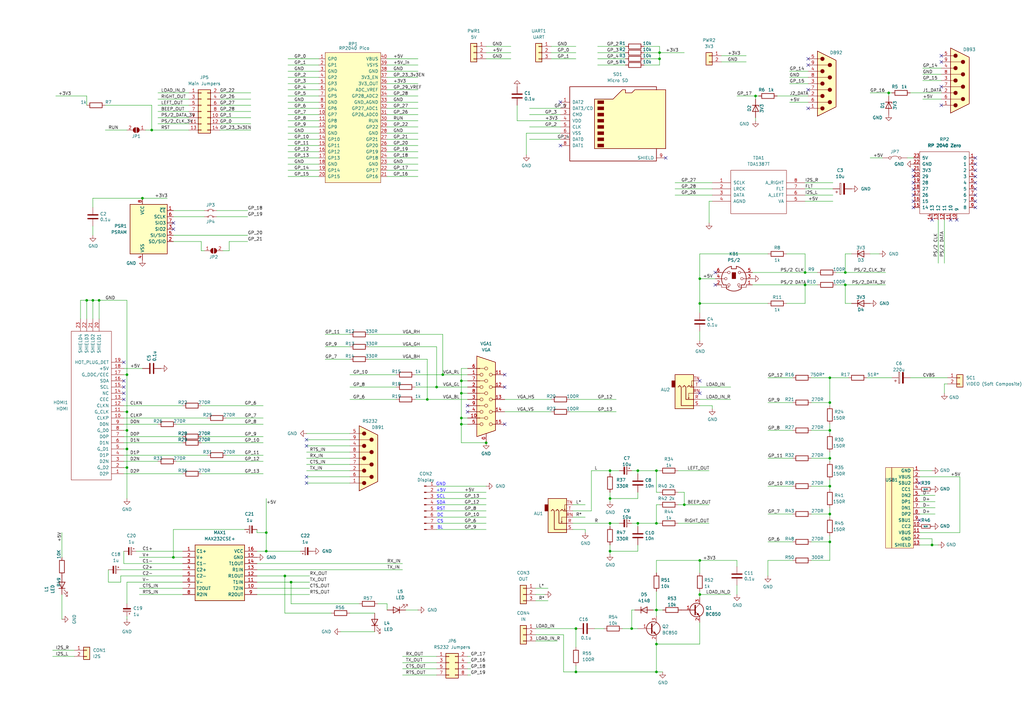
<source format=kicad_sch>
(kicad_sch (version 20231120) (generator "eeschema") (generator_version "8.0")
  (paper "A3")
  (junction (at 346.71 116.84))
  (junction (at 340.36 210.82))
  (junction (at 189.23 173.99))
  (junction (at 119.38 238.76))
  (junction (at 189.23 161.29))
  (junction (at 269.24 250.19))
  (junction (at 189.23 156.21))
  (junction (at 71.12 228.6))
  (junction (at 340.36 199.39))
  (junction (at 250.19 214.63))
  (junction (at 330.2 116.84))
  (junction (at 179.07 158.75))
  (junction (at 287.02 114.3))
  (junction (at 35.56 123.19))
  (junction (at 40.64 123.19))
  (junction (at 52.07 184.15))
  (junction (at 250.19 193.04))
  (junction (at 269.24 264.16))
  (junction (at 287.02 124.46))
  (junction (at 330.2 111.76))
  (junction (at 116.84 236.22))
  (junction (at 346.71 111.76))
  (junction (at 52.07 153.67))
  (junction (at 340.36 187.96))
  (junction (at 269.24 193.04))
  (junction (at 270.51 21.59))
  (junction (at 189.23 171.45))
  (junction (at 109.22 218.44))
  (junction (at 250.19 204.47))
  (junction (at 236.22 275.59))
  (junction (at 270.51 24.13))
  (junction (at 340.36 176.53))
  (junction (at 340.36 165.1))
  (junction (at 38.1 123.19))
  (junction (at 181.61 153.67))
  (junction (at 175.26 163.83))
  (junction (at 62.23 53.34))
  (junction (at 236.22 257.81))
  (junction (at 109.22 226.06))
  (junction (at 287.02 243.84))
  (junction (at 52.07 176.53))
  (junction (at 52.07 168.91))
  (junction (at 199.39 181.61))
  (junction (at 259.08 257.81))
  (junction (at 58.42 81.28))
  (junction (at 364.49 38.1))
  (junction (at 261.62 193.04))
  (junction (at 261.62 214.63))
  (junction (at 309.88 39.37))
  (junction (at 269.24 275.59))
  (junction (at 269.24 214.63))
  (junction (at 382.27 223.52))
  (junction (at 287.02 229.87))
  (junction (at 280.67 207.01))
  (junction (at 52.07 191.77))
  (junction (at 340.36 154.94))
  (junction (at 250.19 226.06))
  (junction (at 340.36 222.25))
  (no_connect (at 386.08 22.86))
  (no_connect (at 400.05 74.93))
  (no_connect (at 287.02 161.29))
  (no_connect (at 374.65 72.39))
  (no_connect (at 386.08 35.56))
  (no_connect (at 287.02 156.21))
  (no_connect (at 377.19 198.12))
  (no_connect (at 400.05 82.55))
  (no_connect (at 331.47 24.13))
  (no_connect (at 377.19 213.36))
  (no_connect (at 400.05 67.31))
  (no_connect (at 400.05 77.47))
  (no_connect (at 374.65 77.47))
  (no_connect (at 386.08 43.18))
  (no_connect (at 386.08 25.4))
  (no_connect (at 125.73 182.88))
  (no_connect (at 374.65 85.09))
  (no_connect (at 374.65 74.93))
  (no_connect (at 331.47 36.83))
  (no_connect (at 374.65 69.85))
  (no_connect (at 273.05 64.77))
  (no_connect (at 400.05 85.09))
  (no_connect (at 125.73 195.58))
  (no_connect (at 374.65 82.55))
  (no_connect (at 331.47 44.45))
  (no_connect (at 331.47 26.67))
  (no_connect (at 382.27 90.17))
  (no_connect (at 125.73 198.12))
  (no_connect (at 191.77 166.37))
  (no_connect (at 191.77 168.91))
  (no_connect (at 207.01 173.99))
  (no_connect (at 207.01 158.75))
  (no_connect (at 207.01 153.67))
  (no_connect (at 50.8 161.29))
  (no_connect (at 50.8 163.83))
  (no_connect (at 50.8 148.59))
  (no_connect (at 50.8 156.21))
  (no_connect (at 50.8 158.75))
  (no_connect (at 400.05 69.85))
  (no_connect (at 71.12 91.44))
  (no_connect (at 293.37 111.76))
  (no_connect (at 125.73 180.34))
  (no_connect (at 389.89 90.17))
  (no_connect (at 400.05 80.01))
  (no_connect (at 71.12 93.98))
  (no_connect (at 229.87 59.69))
  (no_connect (at 229.87 41.91))
  (no_connect (at 293.37 116.84))
  (no_connect (at 400.05 64.77))
  (no_connect (at 392.43 90.17))
  (no_connect (at 400.05 72.39))
  (no_connect (at 374.65 80.01))
  (wire (pts (xy 323.85 41.91) (xy 331.47 41.91)))
  (wire (pts (xy 105.41 226.06) (xy 109.22 226.06)))
  (wire (pts (xy 287.02 243.84) (xy 299.72 243.84)))
  (wire (pts (xy 158.75 247.65) (xy 154.94 247.65)))
  (wire (pts (xy 133.35 137.16) (xy 143.51 137.16)))
  (wire (pts (xy 143.51 158.75) (xy 162.56 158.75)))
  (wire (pts (xy 118.11 49.53) (xy 130.81 49.53)))
  (wire (pts (xy 119.38 247.65) (xy 119.38 238.76)))
  (wire (pts (xy 250.19 226.06) (xy 250.19 227.33)))
  (wire (pts (xy 378.46 33.02) (xy 386.08 33.02)))
  (wire (pts (xy 25.4 228.6) (xy 25.4 218.44)))
  (wire (pts (xy 189.23 171.45) (xy 189.23 161.29)))
  (wire (pts (xy 270.51 26.67) (xy 264.16 26.67)))
  (wire (pts (xy 349.25 124.46) (xy 346.71 124.46)))
  (wire (pts (xy 332.74 187.96) (xy 340.36 187.96)))
  (wire (pts (xy 340.36 222.25) (xy 340.36 229.87)))
  (wire (pts (xy 181.61 153.67) (xy 191.77 153.67)))
  (wire (pts (xy 64.77 43.18) (xy 77.47 43.18)))
  (wire (pts (xy 125.73 180.34) (xy 143.51 180.34)))
  (wire (pts (xy 62.23 43.18) (xy 43.18 43.18)))
  (wire (pts (xy 82.55 179.07) (xy 107.95 179.07)))
  (wire (pts (xy 72.39 189.23) (xy 107.95 189.23)))
  (wire (pts (xy 219.71 262.89) (xy 228.6 262.89)))
  (wire (pts (xy 52.07 184.15) (xy 52.07 191.77)))
  (wire (pts (xy 58.42 81.28) (xy 68.58 81.28)))
  (wire (pts (xy 330.2 80.01) (xy 341.63 80.01)))
  (wire (pts (xy 52.07 153.67) (xy 52.07 123.19)))
  (wire (pts (xy 143.51 153.67) (xy 162.56 153.67)))
  (wire (pts (xy 295.91 25.4) (xy 306.07 25.4)))
  (wire (pts (xy 92.71 186.69) (xy 107.95 186.69)))
  (wire (pts (xy 330.2 82.55) (xy 341.63 82.55)))
  (wire (pts (xy 254 193.04) (xy 250.19 193.04)))
  (wire (pts (xy 373.38 38.1) (xy 386.08 38.1)))
  (wire (pts (xy 135.89 251.46) (xy 116.84 251.46)))
  (wire (pts (xy 378.46 30.48) (xy 386.08 30.48)))
  (wire (pts (xy 340.36 187.96) (xy 340.36 189.23)))
  (wire (pts (xy 165.1 276.86) (xy 179.07 276.86)))
  (wire (pts (xy 105.41 218.44) (xy 109.22 218.44)))
  (wire (pts (xy 64.77 40.64) (xy 77.47 40.64)))
  (wire (pts (xy 133.35 147.32) (xy 143.51 147.32)))
  (wire (pts (xy 234.95 209.55) (xy 242.57 209.55)))
  (wire (pts (xy 119.38 238.76) (xy 127 238.76)))
  (wire (pts (xy 158.75 24.13) (xy 171.45 24.13)))
  (wire (pts (xy 332.74 154.94) (xy 340.36 154.94)))
  (wire (pts (xy 175.26 147.32) (xy 175.26 163.83)))
  (wire (pts (xy 372.11 64.77) (xy 374.65 64.77)))
  (wire (pts (xy 278.13 214.63) (xy 290.83 214.63)))
  (wire (pts (xy 267.97 250.19) (xy 269.24 250.19)))
  (wire (pts (xy 118.11 72.39) (xy 130.81 72.39)))
  (wire (pts (xy 151.13 147.32) (xy 175.26 147.32)))
  (wire (pts (xy 199.39 181.61) (xy 189.23 181.61)))
  (wire (pts (xy 64.77 48.26) (xy 77.47 48.26)))
  (wire (pts (xy 261.62 193.04) (xy 259.08 193.04)))
  (wire (pts (xy 314.96 187.96) (xy 325.12 187.96)))
  (wire (pts (xy 231.14 260.35) (xy 231.14 275.59)))
  (wire (pts (xy 118.11 54.61) (xy 130.81 54.61)))
  (wire (pts (xy 260.35 250.19) (xy 259.08 250.19)))
  (wire (pts (xy 191.77 269.24) (xy 193.04 269.24)))
  (wire (pts (xy 215.9 54.61) (xy 215.9 63.5)))
  (wire (pts (xy 158.75 46.99) (xy 171.45 46.99)))
  (wire (pts (xy 118.11 59.69) (xy 130.81 59.69)))
  (wire (pts (xy 158.75 62.23) (xy 171.45 62.23)))
  (wire (pts (xy 330.2 77.47) (xy 341.63 77.47)))
  (wire (pts (xy 50.8 189.23) (xy 64.77 189.23)))
  (wire (pts (xy 377.19 220.98) (xy 382.27 220.98)))
  (wire (pts (xy 330.2 111.76) (xy 335.28 111.76)))
  (wire (pts (xy 71.12 96.52) (xy 101.6 96.52)))
  (wire (pts (xy 245.11 24.13) (xy 256.54 24.13)))
  (wire (pts (xy 269.24 193.04) (xy 270.51 193.04)))
  (wire (pts (xy 90.17 45.72) (xy 102.87 45.72)))
  (wire (pts (xy 118.11 46.99) (xy 130.81 46.99)))
  (wire (pts (xy 219.71 260.35) (xy 231.14 260.35)))
  (wire (pts (xy 269.24 242.57) (xy 269.24 250.19)))
  (wire (pts (xy 384.81 90.17) (xy 384.81 107.95)))
  (wire (pts (xy 52.07 123.19) (xy 40.64 123.19)))
  (wire (pts (xy 340.36 210.82) (xy 340.36 212.09)))
  (wire (pts (xy 323.85 29.21) (xy 331.47 29.21)))
  (wire (pts (xy 292.1 82.55) (xy 290.83 82.55)))
  (wire (pts (xy 236.22 273.05) (xy 236.22 275.59)))
  (wire (pts (xy 261.62 215.9) (xy 261.62 214.63)))
  (wire (pts (xy 189.23 161.29) (xy 191.77 161.29)))
  (wire (pts (xy 52.07 168.91) (xy 52.07 176.53)))
  (wire (pts (xy 52.07 176.53) (xy 52.07 184.15)))
  (wire (pts (xy 55.88 226.06) (xy 74.93 226.06)))
  (wire (pts (xy 179.07 158.75) (xy 191.77 158.75)))
  (wire (pts (xy 165.1 271.78) (xy 179.07 271.78)))
  (wire (pts (xy 125.73 195.58) (xy 143.51 195.58)))
  (wire (pts (xy 35.56 39.37) (xy 35.56 43.18)))
  (wire (pts (xy 38.1 92.71) (xy 38.1 96.52)))
  (wire (pts (xy 71.12 86.36) (xy 83.82 86.36)))
  (wire (pts (xy 287.02 255.27) (xy 287.02 264.16)))
  (wire (pts (xy 158.75 41.91) (xy 171.45 41.91)))
  (wire (pts (xy 125.73 190.5) (xy 143.51 190.5)))
  (wire (pts (xy 280.67 207.01) (xy 278.13 207.01)))
  (wire (pts (xy 64.77 38.1) (xy 77.47 38.1)))
  (wire (pts (xy 125.73 187.96) (xy 143.51 187.96)))
  (wire (pts (xy 118.11 39.37) (xy 130.81 39.37)))
  (wire (pts (xy 90.17 48.26) (xy 102.87 48.26)))
  (wire (pts (xy 259.08 250.19) (xy 259.08 257.81)))
  (wire (pts (xy 158.75 36.83) (xy 171.45 36.83)))
  (wire (pts (xy 276.86 77.47) (xy 292.1 77.47)))
  (wire (pts (xy 314.96 199.39) (xy 325.12 199.39)))
  (wire (pts (xy 82.55 99.06) (xy 71.12 99.06)))
  (wire (pts (xy 118.11 67.31) (xy 130.81 67.31)))
  (wire (pts (xy 105.41 218.44) (xy 105.41 217.17)))
  (wire (pts (xy 340.36 154.94) (xy 340.36 165.1)))
  (wire (pts (xy 158.75 52.07) (xy 171.45 52.07)))
  (wire (pts (xy 308.61 111.76) (xy 330.2 111.76)))
  (wire (pts (xy 365.76 38.1) (xy 364.49 38.1)))
  (wire (pts (xy 118.11 57.15) (xy 130.81 57.15)))
  (wire (pts (xy 287.02 229.87) (xy 287.02 234.95)))
  (wire (pts (xy 340.36 199.39) (xy 340.36 200.66)))
  (wire (pts (xy 287.02 242.57) (xy 287.02 243.84)))
  (wire (pts (xy 64.77 50.8) (xy 77.47 50.8)))
  (wire (pts (xy 234.95 207.01) (xy 240.03 207.01)))
  (wire (pts (xy 356.87 64.77) (xy 361.95 64.77)))
  (wire (pts (xy 191.77 271.78) (xy 193.04 271.78)))
  (wire (pts (xy 191.77 274.32) (xy 193.04 274.32)))
  (wire (pts (xy 340.36 208.28) (xy 340.36 210.82)))
  (wire (pts (xy 90.17 43.18) (xy 102.87 43.18)))
  (wire (pts (xy 50.8 191.77) (xy 52.07 191.77)))
  (wire (pts (xy 346.71 104.14) (xy 346.71 111.76)))
  (wire (pts (xy 373.38 154.94) (xy 388.62 154.94)))
  (wire (pts (xy 240.03 217.17) (xy 240.03 218.44)))
  (wire (pts (xy 21.59 269.24) (xy 30.48 269.24)))
  (wire (pts (xy 261.62 201.93) (xy 261.62 204.47)))
  (wire (pts (xy 62.23 53.34) (xy 77.47 53.34)))
  (wire (pts (xy 269.24 229.87) (xy 287.02 229.87)))
  (wire (pts (xy 50.8 166.37) (xy 74.93 166.37)))
  (wire (pts (xy 287.02 166.37) (xy 292.1 166.37)))
  (wire (pts (xy 364.49 38.1) (xy 364.49 39.37)))
  (wire (pts (xy 38.1 123.19) (xy 38.1 130.81)))
  (wire (pts (xy 261.62 214.63) (xy 269.24 214.63)))
  (wire (pts (xy 40.64 123.19) (xy 40.64 130.81)))
  (wire (pts (xy 287.02 158.75) (xy 299.72 158.75)))
  (wire (pts (xy 118.11 62.23) (xy 130.81 62.23)))
  (wire (pts (xy 261.62 204.47) (xy 250.19 204.47)))
  (wire (pts (xy 191.77 276.86) (xy 193.04 276.86)))
  (wire (pts (xy 308.61 116.84) (xy 330.2 116.84)))
  (wire (pts (xy 57.15 243.84) (xy 74.93 243.84)))
  (wire (pts (xy 35.56 39.37) (xy 22.86 39.37)))
  (wire (pts (xy 393.7 195.58) (xy 393.7 218.44)))
  (wire (pts (xy 118.11 52.07) (xy 130.81 52.07)))
  (wire (pts (xy 287.02 229.87) (xy 302.26 229.87)))
  (wire (pts (xy 261.62 223.52) (xy 261.62 226.06)))
  (wire (pts (xy 330.2 74.93) (xy 341.63 74.93)))
  (wire (pts (xy 332.74 210.82) (xy 340.36 210.82)))
  (wire (pts (xy 377.19 203.2) (xy 383.54 203.2)))
  (wire (pts (xy 35.56 123.19) (xy 35.56 130.81)))
  (wire (pts (xy 233.68 163.83) (xy 252.73 163.83)))
  (wire (pts (xy 217.17 46.99) (xy 229.87 46.99)))
  (wire (pts (xy 264.16 21.59) (xy 270.51 21.59)))
  (wire (pts (xy 292.1 166.37) (xy 292.1 167.64)))
  (wire (pts (xy 212.09 43.18) (xy 212.09 49.53)))
  (wire (pts (xy 125.73 193.04) (xy 143.51 193.04)))
  (wire (pts (xy 261.62 214.63) (xy 259.08 214.63)))
  (wire (pts (xy 175.26 163.83) (xy 191.77 163.83)))
  (wire (pts (xy 72.39 173.99) (xy 107.95 173.99)))
  (wire (pts (xy 166.37 250.19) (xy 171.45 250.19)))
  (wire (pts (xy 250.19 201.93) (xy 250.19 204.47)))
  (wire (pts (xy 158.75 29.21) (xy 171.45 29.21)))
  (wire (pts (xy 125.73 198.12) (xy 143.51 198.12)))
  (wire (pts (xy 158.75 39.37) (xy 171.45 39.37)))
  (wire (pts (xy 82.55 194.31) (xy 107.95 194.31)))
  (wire (pts (xy 269.24 214.63) (xy 270.51 214.63)))
  (wire (pts (xy 21.59 266.7) (xy 30.48 266.7)))
  (wire (pts (xy 287.02 124.46) (xy 287.02 128.27)))
  (wire (pts (xy 254 214.63) (xy 250.19 214.63)))
  (wire (pts (xy 50.8 176.53) (xy 52.07 176.53)))
  (wire (pts (xy 332.74 199.39) (xy 340.36 199.39)))
  (wire (pts (xy 71.12 88.9) (xy 83.82 88.9)))
  (wire (pts (xy 50.8 186.69) (xy 85.09 186.69)))
  (wire (pts (xy 270.51 201.93) (xy 269.24 201.93)))
  (wire (pts (xy 50.8 194.31) (xy 74.93 194.31)))
  (wire (pts (xy 314.96 154.94) (xy 325.12 154.94)))
  (wire (pts (xy 179.07 142.24) (xy 179.07 158.75)))
  (wire (pts (xy 143.51 163.83) (xy 162.56 163.83)))
  (wire (pts (xy 64.77 45.72) (xy 77.47 45.72)))
  (wire (pts (xy 226.06 24.13) (xy 236.22 24.13)))
  (wire (pts (xy 217.17 44.45) (xy 229.87 44.45)))
  (wire (pts (xy 287.02 163.83) (xy 299.72 163.83)))
  (wire (pts (xy 382.27 223.52) (xy 384.81 223.52)))
  (wire (pts (xy 158.75 67.31) (xy 171.45 67.31)))
  (wire (pts (xy 280.67 207.01) (xy 290.83 207.01)))
  (wire (pts (xy 25.4 254) (xy 25.4 243.84)))
  (wire (pts (xy 264.16 24.13) (xy 270.51 24.13)))
  (wire (pts (xy 332.74 176.53) (xy 340.36 176.53)))
  (wire (pts (xy 105.41 233.68) (xy 165.1 233.68)))
  (wire (pts (xy 35.56 123.19) (xy 33.02 123.19)))
  (wire (pts (xy 269.24 229.87) (xy 269.24 234.95)))
  (wire (pts (xy 234.95 214.63) (xy 250.19 214.63)))
  (wire (pts (xy 250.19 223.52) (xy 250.19 226.06)))
  (wire (pts (xy 219.71 257.81) (xy 236.22 257.81)))
  (wire (pts (xy 269.24 264.16) (xy 287.02 264.16)))
  (wire (pts (xy 219.71 243.84) (xy 223.52 243.84)))
  (wire (pts (xy 116.84 236.22) (xy 127 236.22)))
  (wire (pts (xy 50.8 171.45) (xy 85.09 171.45)))
  (wire (pts (xy 270.51 24.13) (xy 270.51 26.67)))
  (wire (pts (xy 158.75 59.69) (xy 171.45 59.69)))
  (wire (pts (xy 261.62 226.06) (xy 250.19 226.06)))
  (wire (pts (xy 245.11 21.59) (xy 256.54 21.59)))
  (wire (pts (xy 92.71 171.45) (xy 107.95 171.45)))
  (wire (pts (xy 189.23 171.45) (xy 191.77 171.45)))
  (wire (pts (xy 88.9 86.36) (xy 101.6 86.36)))
  (wire (pts (xy 118.11 69.85) (xy 130.81 69.85)))
  (wire (pts (xy 199.39 19.05) (xy 209.55 19.05)))
  (wire (pts (xy 50.8 181.61) (xy 74.93 181.61)))
  (wire (pts (xy 340.36 229.87) (xy 332.74 229.87)))
  (wire (pts (xy 322.58 104.14) (xy 330.2 104.14)))
  (wire (pts (xy 50.8 184.15) (xy 52.07 184.15)))
  (wire (pts (xy 287.02 124.46) (xy 287.02 114.3)))
  (wire (pts (xy 90.17 53.34) (xy 102.87 53.34)))
  (wire (pts (xy 109.22 218.44) (xy 109.22 226.06)))
  (wire (pts (xy 276.86 80.01) (xy 292.1 80.01)))
  (wire (pts (xy 269.24 275.59) (xy 271.78 275.59)))
  (wire (pts (xy 233.68 168.91) (xy 252.73 168.91)))
  (wire (pts (xy 125.73 177.8) (xy 143.51 177.8)))
  (wire (pts (xy 302.26 39.37) (xy 309.88 39.37)))
  (wire (pts (xy 50.8 173.99) (xy 64.77 173.99)))
  (wire (pts (xy 330.2 124.46) (xy 330.2 116.84)))
  (wire (pts (xy 346.71 116.84) (xy 363.22 116.84)))
  (wire (pts (xy 290.83 82.55) (xy 290.83 91.44)))
  (wire (pts (xy 50.8 179.07) (xy 74.93 179.07)))
  (wire (pts (xy 287.02 135.89) (xy 287.02 139.7)))
  (wire (pts (xy 50.8 153.67) (xy 52.07 153.67)))
  (wire (pts (xy 105.41 243.84) (xy 127 243.84)))
  (wire (pts (xy 250.19 193.04) (xy 250.19 194.31)))
  (wire (pts (xy 378.46 27.94) (xy 386.08 27.94)))
  (wire (pts (xy 170.18 158.75) (xy 179.07 158.75)))
  (wire (pts (xy 82.55 181.61) (xy 107.95 181.61)))
  (wire (pts (xy 255.27 257.81) (xy 259.08 257.81)))
  (wire (pts (xy 207.01 168.91) (xy 226.06 168.91)))
  (wire (pts (xy 52.07 168.91) (xy 52.07 153.67)))
  (wire (pts (xy 57.15 241.3) (xy 74.93 241.3)))
  (wire (pts (xy 236.22 275.59) (xy 269.24 275.59)))
  (wire (pts (xy 340.36 165.1) (xy 340.36 166.37)))
  (wire (pts (xy 269.24 207.01) (xy 269.24 214.63)))
  (wire (pts (xy 105.41 231.14) (xy 165.1 231.14)))
  (wire (pts (xy 340.36 154.94) (xy 347.98 154.94)))
  (wire (pts (xy 179.07 201.93) (xy 199.39 201.93)))
  (wire (pts (xy 387.35 157.48) (xy 387.35 161.29)))
  (wire (pts (xy 181.61 137.16) (xy 181.61 153.67)))
  (wire (pts (xy 261.62 193.04) (xy 269.24 193.04)))
  (wire (pts (xy 158.75 72.39) (xy 171.45 72.39)))
  (wire (pts (xy 269.24 250.19) (xy 269.24 252.73)))
  (wire (pts (xy 170.18 163.83) (xy 175.26 163.83)))
  (wire (pts (xy 179.07 204.47) (xy 199.39 204.47)))
  (wire (pts (xy 109.22 226.06) (xy 123.19 226.06)))
  (wire (pts (xy 314.96 104.14) (xy 287.02 104.14)))
  (wire (pts (xy 158.75 57.15) (xy 171.45 57.15)))
  (wire (pts (xy 261.62 194.31) (xy 261.62 193.04)))
  (wire (pts (xy 207.01 163.83) (xy 226.06 163.83)))
  (wire (pts (xy 377.19 208.28) (xy 383.54 208.28)))
  (wire (pts (xy 340.36 173.99) (xy 340.36 176.53)))
  (wire (pts (xy 116.84 251.46) (xy 116.84 236.22)))
  (wire (pts (xy 356.87 38.1) (xy 364.49 38.1)))
  (wire (pts (xy 245.11 26.67) (xy 256.54 26.67)))
  (wire (pts (xy 377.19 205.74) (xy 383.54 205.74)))
  (wire (pts (xy 90.17 38.1) (xy 102.87 38.1)))
  (wire (pts (xy 49.53 233.68) (xy 74.93 233.68)))
  (wire (pts (xy 189.23 161.29) (xy 189.23 156.21)))
  (wire (pts (xy 82.55 102.87) (xy 82.55 99.06)))
  (wire (pts (xy 189.23 156.21) (xy 189.23 151.13)))
  (wire (pts (xy 340.36 185.42) (xy 340.36 187.96)))
  (wire (pts (xy 287.02 114.3) (xy 293.37 114.3)))
  (wire (pts (xy 158.75 31.75) (xy 171.45 31.75)))
  (wire (pts (xy 356.87 104.14) (xy 360.68 104.14)))
  (wire (pts (xy 314.96 165.1) (xy 325.12 165.1)))
  (wire (pts (xy 43.18 53.34) (xy 52.07 53.34)))
  (wire (pts (xy 278.13 193.04) (xy 290.83 193.04)))
  (wire (pts (xy 151.13 142.24) (xy 179.07 142.24)))
  (wire (pts (xy 346.71 116.84) (xy 342.9 116.84)))
  (wire (pts (xy 125.73 182.88) (xy 143.51 182.88)))
  (wire (pts (xy 323.85 31.75) (xy 331.47 31.75)))
  (wire (pts (xy 118.11 44.45) (xy 130.81 44.45)))
  (wire (pts (xy 50.8 151.13) (xy 58.42 151.13)))
  (wire (pts (xy 118.11 36.83) (xy 130.81 36.83)))
  (wire (pts (xy 52.07 238.76) (xy 52.07 247.65)))
  (wire (pts (xy 217.17 57.15) (xy 229.87 57.15)))
  (wire (pts (xy 91.44 102.87) (xy 93.98 102.87)))
  (wire (pts (xy 314.96 210.82) (xy 325.12 210.82)))
  (wire (pts (xy 234.95 212.09) (xy 240.03 212.09)))
  (wire (pts (xy 158.75 26.67) (xy 171.45 26.67)))
  (wire (pts (xy 236.22 257.81) (xy 236.22 265.43)))
  (wire (pts (xy 71.12 217.17) (xy 71.12 228.6)))
  (wire (pts (xy 302.26 229.87) (xy 302.26 232.41)))
  (wire (pts (xy 269.24 193.04) (xy 269.24 201.93)))
  (wire (pts (xy 125.73 185.42) (xy 143.51 185.42)))
  (wire (pts (xy 346.71 111.76) (xy 363.22 111.76)))
  (wire (pts (xy 387.35 90.17) (xy 387.35 107.95)))
  (wire (pts (xy 250.19 214.63) (xy 250.19 215.9)))
  (wire (pts (xy 314.96 222.25) (xy 325.12 222.25)))
  (wire (pts (xy 118.11 29.21) (xy 130.81 29.21)))
  (wire (pts (xy 189.23 151.13) (xy 191.77 151.13)))
  (wire (pts (xy 82.55 166.37) (xy 107.95 166.37)))
  (wire (pts (xy 311.15 39.37) (xy 309.88 39.37)))
  (wire (pts (xy 346.71 124.46) (xy 346.71 116.84)))
  (wire (pts (xy 234.95 217.17) (xy 240.03 217.17)))
  (wire (pts (xy 118.11 26.67) (xy 130.81 26.67)))
  (wire (pts (xy 276.86 74.93) (xy 292.1 74.93)))
  (wire (pts (xy 349.25 104.14) (xy 346.71 104.14)))
  (wire (pts (xy 199.39 24.13) (xy 209.55 24.13)))
  (wire (pts (xy 264.16 19.05) (xy 270.51 19.05)))
  (wire (pts (xy 179.07 217.17) (xy 199.39 217.17)))
  (wire (pts (xy 52.07 252.73) (xy 52.07 254)))
  (wire (pts (xy 71.12 228.6) (xy 74.93 228.6)))
  (wire (pts (xy 38.1 81.28) (xy 58.42 81.28)))
  (wire (pts (xy 314.96 124.46) (xy 287.02 124.46)))
  (wire (pts (xy 378.46 40.64) (xy 386.08 40.64)))
  (wire (pts (xy 325.12 229.87) (xy 314.96 229.87)))
  (wire (pts (xy 330.2 116.84) (xy 335.28 116.84)))
  (wire (pts (xy 332.74 222.25) (xy 340.36 222.25)))
  (wire (pts (xy 109.22 204.47) (xy 109.22 218.44)))
  (wire (pts (xy 62.23 43.18) (xy 62.23 53.34)))
  (wire (pts (xy 393.7 218.44) (xy 377.19 218.44)))
  (wire (pts (xy 52.07 238.76) (xy 74.93 238.76)))
  (wire (pts (xy 158.75 49.53) (xy 171.45 49.53)))
  (wire (pts (xy 158.75 34.29) (xy 171.45 34.29)))
  (wire (pts (xy 90.17 40.64) (xy 102.87 40.64)))
  (wire (pts (xy 219.71 241.3) (xy 224.79 241.3)))
  (wire (pts (xy 219.71 246.38) (xy 224.79 246.38)))
  (wire (pts (xy 44.45 233.68) (xy 44.45 238.76)))
  (wire (pts (xy 199.39 21.59) (xy 209.55 21.59)))
  (wire (pts (xy 322.58 124.46) (xy 330.2 124.46)))
  (wire (pts (xy 280.67 201.93) (xy 280.67 207.01)))
  (wire (pts (xy 93.98 102.87) (xy 93.98 99.06)))
  (wire (pts (xy 332.74 165.1) (xy 340.36 165.1)))
  (wire (pts (xy 259.08 257.81) (xy 261.62 257.81)))
  (wire (pts (xy 158.75 44.45) (xy 171.45 44.45)))
  (wire (pts (xy 245.11 19.05) (xy 256.54 19.05)))
  (wire (pts (xy 250.19 204.47) (xy 250.19 205.74)))
  (wire (pts (xy 269.24 264.16) (xy 269.24 275.59)))
  (wire (pts (xy 270.51 207.01) (xy 269.24 207.01)))
  (wire (pts (xy 242.57 193.04) (xy 242.57 209.55)))
  (wire (pts (xy 309.88 48.26) (xy 309.88 49.53)))
  (wire (pts (xy 226.06 21.59) (xy 236.22 21.59)))
  (wire (pts (xy 382.27 220.98) (xy 382.27 223.52)))
  (wire (pts (xy 269.24 250.19) (xy 271.78 250.19)))
  (wire (pts (xy 105.41 236.22) (xy 116.84 236.22)))
  (wire (pts (xy 133.35 142.24) (xy 143.51 142.24)))
  (wire (pts (xy 179.07 199.39) (xy 199.39 199.39)))
  (wire (pts (xy 212.09 49.53) (xy 229.87 49.53)))
  (wire (pts (xy 179.07 214.63) (xy 199.39 214.63)))
  (wire (pts (xy 340.36 196.85) (xy 340.36 199.39)))
  (wire (pts (xy 38.1 81.28) (xy 38.1 85.09)))
  (wire (pts (xy 158.75 54.61) (xy 171.45 54.61)))
  (wire (pts (xy 44.45 238.76) (xy 49.53 238.76)))
  (wire (pts (xy 217.17 52.07) (xy 229.87 52.07)))
  (wire (pts (xy 118.11 41.91) (xy 130.81 41.91)))
  (wire (pts (xy 377.19 210.82) (xy 383.54 210.82)))
  (wire (pts (xy 40.64 123.19) (xy 38.1 123.19)))
  (wire (pts (xy 158.75 64.77) (xy 171.45 64.77)))
  (wire (pts (xy 50.8 231.14) (xy 74.93 231.14)))
  (wire (pts (xy 377.19 195.58) (xy 393.7 195.58)))
  (wire (pts (xy 158.75 250.19) (xy 158.75 247.65)))
  (wire (pts (xy 269.24 262.89) (xy 269.24 264.16)))
  (wire (pts (xy 105.41 241.3) (xy 127 241.3)))
  (wire (pts (xy 270.51 19.05) (xy 270.51 21.59)))
  (wire (pts (xy 314.96 176.53) (xy 325.12 176.53)))
  (wire (pts (xy 33.02 123.19) (xy 33.02 130.81)))
  (wire (pts (xy 189.23 181.61) (xy 189.23 173.99)))
  (wire (pts (xy 179.07 212.09) (xy 199.39 212.09)))
  (wire (pts (xy 377.19 193.04) (xy 382.27 193.04)))
  (wire (pts (xy 355.6 154.94) (xy 365.76 154.94)))
  (wire (pts (xy 330.2 104.14) (xy 330.2 111.76)))
  (wire (pts (xy 215.9 54.61) (xy 229.87 54.61)))
  (wire (pts (xy 309.88 39.37) (xy 309.88 40.64)))
  (wire (pts (xy 323.85 34.29) (xy 331.47 34.29)))
  (wire (pts (xy 287.02 243.84) (xy 287.02 245.11)))
  (wire (pts (xy 388.62 157.48) (xy 387.35 157.48)))
  (wire (pts (xy 226.06 19.05) (xy 236.22 19.05)))
  (wire (pts (xy 118.11 31.75) (xy 130.81 31.75)))
  (wire (pts (xy 147.32 247.65) (xy 119.38 247.65)))
  (wire (pts (xy 52.07 191.77) (xy 52.07 204.47)))
  (wire (pts (xy 151.13 137.16) (xy 181.61 137.16)))
  (wire (pts (xy 143.51 251.46) (xy 153.67 251.46)))
  (wire (pts (xy 82.55 102.87) (xy 83.82 102.87)))
  (wire (pts (xy 318.77 39.37) (xy 331.47 39.37)))
  (wire (pts (xy 287.02 104.14) (xy 287.02 114.3)))
  (wire (pts (xy 189.23 173.99) (xy 189.23 171.45)))
  (wire (pts (xy 50.8 168.91) (xy 52.07 168.91)))
  (wire (pts (xy 340.36 219.71) (xy 340.36 222.25)))
  (wire (pts (xy 377.19 223.52) (xy 382.27 223.52)))
  (wire (pts (xy 50.8 226.06) (xy 50.8 231.14)))
  (wire (pts (xy 90.17 50.8) (xy 102.87 50.8)))
  (wire (pts (xy 165.1 269.24) (xy 179.07 269.24)))
  (wire (pts (xy 242.57 193.04) (xy 250.19 193.04)))
  (wire (pts (xy 118.11 24.13) (xy 130.81 24.13)))
  (wire (pts (xy 49.53 238.76) (xy 49.53 236.22)))
  (wire (pts (xy 270.51 21.59) (xy 270.51 24.13)))
  (wire (pts (xy 158.75 69.85) (xy 171.45 69.85)))
  (wire (pts (xy 165.1 274.32) (xy 179.07 274.32)))
  (wire (pts (xy 100.33 217.17) (xy 71.12 217.17)))
  (wire (pts (xy 38.1 123.19) (xy 35.56 123.19)))
  (wire (pts (xy 243.84 257.81) (xy 247.65 257.81)))
  (wire (pts (xy 295.91 22.86) (xy 306.07 22.86)))
  (wire (pts (xy 314.96 229.87) (xy 314.96 236.22)))
  (wire (pts (xy 93.98 99.06) (xy 101.6 99.06)))
  (wire (pts (xy 270.51 21.59) (xy 280.67 21.59)))
  (wire (pts (xy 302.26 240.03) (xy 302.26 243.84)))
  (wire (pts (xy 179.07 209.55) (xy 199.39 209.55)))
  (wire (pts (xy 179.07 207.01) (xy 199.39 207.01)))
  (wire (pts (xy 189.23 156.21) (xy 191.77 156.21)))
  (wire (pts (xy 49.53 236.22) (xy 74.93 236.22)))
  (wire (pts (xy 118.11 34.29) (xy 130.81 34.29)))
  (wire (pts (xy 346.71 111.76) (xy 342.9 111.76)))
  (wire (pts (xy 278.13 201.93) (xy 280.67 201.93)))
  (wire (pts (xy 118.11 64.77) (xy 130.81 64.77)))
  (wire (pts (xy 88.9 88.9) (xy 101.6 88.9)))
  (wire (pts (xy 170.18 153.67) (xy 181.61 153.67)))
  (wire (pts (xy 139.7 259.08) (xy 153.67 259.08)))
  (wire (pts (xy 59.69 53.34) (xy 62.23 53.34)))
  (wire (pts (xy 231.14 275.59) (xy 236.22 275.59)))
  (wire (pts (xy 105.41 238.76) (xy 119.38 238.76)))
  (wire (pts (xy 57.15 228.6) (xy 71.12 228.6)))
  (wire (pts (xy 189.23 173.99) (xy 191.77 173.99)))
  (wire (pts (xy 340.36 176.53) (xy 340.36 177.8)))
  (text "+5V" (at 180.848 201.168 0) (effects (font (size 1.27 1.27))))
  (text "BL" (at 180.594 216.408 0) (effects (font (size 1.27 1.27))))
  (text "SDA" (at 180.848 206.248 0) (effects (font (size 1.27 1.27))))
  (text "DC" (at 180.594 211.328 0) (effects (font (size 1.27 1.27))))
  (text "GND\n" (at 180.848 198.628 0) (effects (font (size 1.27 1.27))))
  (text "RST" (at 180.848 208.788 0) (effects (font (size 1.27 1.27))))
  (text "CS" (at 180.594 213.868 0) (effects (font (size 1.27 1.27))))
  (text "SCL" (at 180.848 203.708 0) (effects (font (size 1.27 1.27))))
  (label "R*" (at 236.22 212.09 0))
  (label "RX_IN" (at 158.75 231.14 0))
  (label "TX_OUT" (at 127 238.76 0))
  (label "+5V" (at 389.89 195.58 0))
  (label "GP_27" (at 279.4 74.93 0))
  (label "GND" (at 228.6 19.05 0))
  (label "GP_12" (at 245.11 163.83 0))
  (label "GP_10" (at 314.96 199.39 0))
  (label "GP_20" (at 161.29 59.69 0))
  (label "GP_3" (at 248.92 21.59 0))
  (label "RUN" (at 44.45 53.34 0))
  (label "+5V_in" (at 161.29 26.67 0))
  (label "GP_22" (at 161.29 52.07 0))
  (label "GP_18" (at 101.6 86.36 0))
  (label "LOAD_IN_D" (at 289.56 243.84 0))
  (label "+5V" (at 201.93 21.59 0))
  (label "GND" (at 323.85 31.75 0))
  (label "GP_17" (at 193.04 269.24 0))
  (label "GP_13" (at 100.33 194.31 0))
  (label "GP_7" (at 120.65 46.99 0))
  (label "GP_7" (at 314.96 210.82 0))
  (label "FLT" (at 330.2 77.47 0))
  (label "+3V3" (at 273.05 21.59 0))
  (label "PS{slash}2 CLK" (at 384.81 105.41 90))
  (label "GP_6" (at 314.96 222.25 0))
  (label "BEEP_OUT" (at 66.04 45.72 0))
  (label "GP_21" (at 101.6 99.06 0))
  (label "PS{slash}2_DATA_3V" (at 363.22 116.84 180))
  (label "GP_28" (at 161.29 39.37 0))
  (label "GP_12" (at 100.33 189.23 0))
  (label "GP_13" (at 120.65 64.77 0))
  (label "GP_2" (at 120.65 31.75 0))
  (label "GP_1" (at 90.17 48.26 0))
  (label "GP_6" (at 144.78 163.83 0))
  (label "+5V" (at 161.29 24.13 0))
  (label "CTS_IN" (at 58.42 241.3 0))
  (label "GP_15" (at 378.46 33.02 0))
  (label "GP_17" (at 161.29 69.85 0))
  (label "I2S_L" (at 330.2 80.01 0))
  (label "GP_14" (at 323.85 29.21 0))
  (label "LOAD_IN" (at 289.56 158.75 0))
  (label "GP_0" (at 228.6 21.59 0))
  (label "GP_9" (at 120.65 52.07 0))
  (label "GP_11" (at 314.96 187.96 0))
  (label "GP_14" (at 120.65 69.85 0))
  (label "RTS_IN" (at 127 185.42 0))
  (label "GP_8" (at 120.65 49.53 0))
  (label "GP_1" (at 228.6 24.13 0))
  (label "GP_23_3v3EN" (at 161.29 31.75 0))
  (label "D0P" (at 53.34 179.07 0))
  (label "GND" (at 120.65 29.21 0))
  (label "GP_27" (at 161.29 44.45 0))
  (label "GP_22" (at 90.17 38.1 0))
  (label "GP_9" (at 100.33 179.07 0))
  (label "GP_11" (at 100.33 186.69 0))
  (label "+5V" (at 53.34 151.13 0))
  (label "RX_IN" (at 127 187.96 0))
  (label "GP_9" (at 133.35 142.24 0))
  (label "C1+" (at 58.42 226.06 0))
  (label "GP_5" (at 120.65 39.37 0))
  (label "GND" (at 161.29 29.21 0))
  (label "C2+" (at 58.42 233.68 0))
  (label "GP_19" (at 161.29 62.23 0))
  (label "GP_19" (at 193.04 276.86 0))
  (label "GP_9" (at 314.96 165.1 0))
  (label "GP_27" (at 90.17 43.18 0))
  (label "+5V" (at 331.47 82.55 0))
  (label "RTS_OUT" (at 127 243.84 0))
  (label "GND" (at 161.29 41.91 0))
  (label "GP_12" (at 190.5 207.01 0))
  (label "I2S_R" (at 330.2 74.93 0))
  (label "RX_OUT" (at 166.37 269.24 0))
  (label "D2P" (at 53.34 194.31 0))
  (label "+3V3" (at 63.5 81.28 0))
  (label "GP_20" (at 101.6 96.52 0))
  (label "GP_26" (at 90.17 40.64 0))
  (label "CLKN" (at 53.34 166.37 0))
  (label "PS{slash}2 DATA" (at 320.04 116.84 0))
  (label "+3V3" (at 288.29 229.87 0))
  (label "+5V" (at 109.22 207.01 0))
  (label "GND" (at 43.18 123.19 0))
  (label "VGA_VS" (at 212.09 168.91 0))
  (label "C2-" (at 58.42 236.22 0))
  (label "GP_1" (at 120.65 26.67 0))
  (label "GP_28" (at 279.4 77.47 0))
  (label "TX_IN" (at 127 193.04 0))
  (label "RX_OUT" (at 127 236.22 0))
  (label "GP_17" (at 302.26 39.37 0))
  (label "+3V3" (at 161.29 34.29 0))
  (label "D1P" (at 53.34 186.69 0))
  (label "GP_13" (at 245.11 168.91 0))
  (label "GP_14" (at 378.46 27.94 0))
  (label "GP_29_VREF" (at 161.29 36.83 0))
  (label "LEFT_OUT" (at 281.94 193.04 0))
  (label "RTS_IN" (at 58.42 243.84 0))
  (label "GP_0" (at 120.65 24.13 0))
  (label "C1-" (at 58.42 231.14 0))
  (label "L*" (at 236.22 207.01 0))
  (label "V+" (at 58.42 228.6 0))
  (label "LEFT_OUT" (at 66.04 43.18 0))
  (label "GND" (at 161.29 54.61 0))
  (label "GP_12" (at 314.96 154.94 0))
  (label "LOAD_IN_R" (at 219.71 262.89 0))
  (label "D1N" (at 53.34 181.61 0))
  (label "GP_12" (at 120.65 62.23 0))
  (label "GP_10" (at 144.78 153.67 0))
  (label "LOAD_IN" (at 219.71 257.81 0))
  (label "GP_8" (at 144.78 158.75 0))
  (label "+5V" (at 378.46 40.64 0))
  (label "GP_18" (at 161.29 64.77 0))
  (label "GP_6" (at 120.65 44.45 0))
  (label "+3V3" (at 29.21 39.37 180))
  (label "GP_10" (at 190.5 212.09 0))
  (label "GP_6" (at 100.33 166.37 0))
  (label "CTS_OUT" (at 127 241.3 0))
  (label "D-" (at 378.46 208.28 0))
  (label "GP_5" (at 248.92 26.67 0))
  (label "GP_21" (at 161.29 57.15 0))
  (label "L*" (at 220.98 241.3 0))
  (label "VGA_BH" (at 165.1 147.32 0))
  (label "VGA_RH" (at 165.1 137.16 0))
  (label "+5V" (at 323.85 41.91 0))
  (label "GP_2" (at 223.52 52.07 0))
  (label "GP_0" (at 90.17 50.8 0))
  (label "GND" (at 161.29 67.31 0))
  (label "V-" (at 58.42 238.76 0))
  (label "PS{slash}2_DATA_3V" (at 66.04 48.26 0))
  (label "GP_6" (at 190.5 214.63 0))
  (label "J1_DATA" (at 378.46 38.1 0))
  (label "VGA_GH" (at 165.1 142.24 0))
  (label "GND" (at 120.65 41.91 0))
  (label "GP_10" (at 120.65 57.15 0))
  (label "VGA_BL" (at 181.61 163.83 0))
  (label "GP_13" (at 190.5 204.47 0))
  (label "LOAD_IN_R" (at 289.56 163.83 0))
  (label "J2_DATA" (at 323.85 39.37 0))
  (label "CLKP" (at 53.34 171.45 0))
  (label "VGA_RL" (at 181.61 153.67 0))
  (label "RTS_OUT" (at 166.37 276.86 0))
  (label "GND" (at 120.65 54.61 0))
  (label "D-" (at 378.46 203.2 0))
  (label "LOAD_IN_D" (at 66.04 38.1 0))
  (label "GND" (at 120.65 67.31 0))
  (label "GP_8" (at 100.33 173.99 0))
  (label "GP_5" (at 227.33 44.45 0))
  (label "+5V" (at 25.4 222.25 90))
  (label "RST" (at 66.04 53.34 0))
  (label "L" (at 243.84 193.04 0))
  (label "GP_16" (at 356.87 38.1 0))
  (label "GND" (at 378.46 30.48 0))
  (label "RIGHT_OUT" (at 280.67 214.63 0))
  (label "GP_26" (at 279.4 80.01 0))
  (label "GP_4" (at 228.6 57.15 0))
  (label "+5V" (at 288.29 114.3 0))
  (label "GP_2" (at 248.92 19.05 0))
  (label "TX_IN" (at 158.75 233.68 0))
  (label "CTS_OUT" (at 166.37 274.32 0))
  (label "GP_11" (at 133.35 137.16 0))
  (label "GND" (at 201.93 24.13 0))
  (label "GP_3" (at 223.52 46.99 0))
  (label "GP_8" (at 314.96 176.53 0))
  (label "RUN" (at 161.29 49.53 0))
  (label "GP_18" (at 193.04 274.32 0))
  (label "CTS_IN" (at 127 190.5 0))
  (label "GP_19" (at 101.6 88.9 0))
  (label "PS{slash}2_CLK_3V" (at 363.22 111.76 180))
  (label "GP_3" (at 120.65 34.29 0))
  (label "CVBS" (at 378.46 154.94 0))
  (label "PS{slash}2_CLK_3V" (at 66.04 50.8 0))
  (label "GP_26" (at 161.29 46.99 0))
  (label "GP_23_3v3EN" (at 90.17 53.34 0))
  (label "GP_4" (at 120.65 36.83 0))
  (label "R*" (at 220.98 246.38 0))
  (label "GP_16" (at 161.29 72.39 0))
  (label "GP_11" (at 120.65 59.69 0))
  (label "GP_8" (at 190.5 209.55 0))
  (label "GP_7" (at 133.35 147.32 0))
  (label "GP_15" (at 323.85 34.29 0))
  (label "R" (at 243.84 214.63 0))
  (label "TX_OUT" (at 166.37 271.78 0))
  (label "VGA_GL" (at 181.61 158.75 0))
  (label "GND" (at 298.45 25.4 0))
  (label "+5V" (at 358.14 64.77 0))
  (label "+3V3" (at 298.45 22.86 0))
  (label "I2S_R" (at 22.86 266.7 0))
  (label "GP_28" (at 90.17 45.72 0))
  (label "I2S_L" (at 22.86 269.24 0))
  (label "GP_10" (at 100.33 181.61 0))
  (label "D+" (at 378.46 210.82 0))
  (label "+3V3" (at 223.52 49.53 0))
  (label "D2N" (at 53.34 189.23 0))
  (label "BEEP_OUT" (at 281.94 207.01 0))
  (label "VGA_HS" (at 212.09 163.83 0))
  (label "PS{slash}2 CLK" (at 320.04 111.76 0))
  (label "PS{slash}2 DATA" (at 387.35 105.41 90))
  (label "GP_9" (at 190.5 217.17 0))
  (label "D+" (at 378.46 205.74 0))
  (label "GP_16" (at 193.04 271.78 0))
  (label "RIGHT_OUT" (at 66.04 40.64 0))
  (label "GP_4" (at 248.92 24.13 0))
  (label "GND" (at 201.93 19.05 0))
  (label "GP_7" (at 100.33 171.45 0))
  (label "+5V" (at 190.5 201.93 0))
  (label "GP_15" (at 120.65 72.39 0))
  (label "D0N" (at 53.34 173.99 0))
  (symbol (lib_id "Device:R") (at 314.96 39.37 90) (unit 1)
    (property "Reference" "R6" (at 312.42 36.83 90))
    (property "Value" "1k" (at 316.23 36.83 90))
    (property "Footprint" "Resistor_SMD:R_0805_2012Metric_Pad1.20x1.40mm_HandSolder" (effects (hide yes)))
  )
  (symbol (lib_id "Connector:AudioJack3_SwitchTR") (at 281.94 163.83 0) (mirror x) (unit 1)
    (property "Reference" "AU2" (at 274.8281 159.8203 0) (effects (justify right)))
    (property "Value" "AUDIO IN" (effects (hide yes)))
    (property "Footprint" "LIBS:Medved_Jack_3.5mm_CUI_SJ1-3535NG_Horizontal" (effects (hide yes)))
  )
  (symbol (lib_id "Memory_RAM:ESP-PSRAM32") (at 60.96 93.98 0) (unit 1)
    (property "Reference" "PSR1" (at 52.07 92.7099 0) (effects (justify right)))
    (property "Value" "PSRAM" (at 52.07 95.2499 0) (effects (justify right)))
    (property "Footprint" "Package_SO:SO-8_5.3x6.2mm_P1.27mm" (effects (hide yes)))
    (property "Datasheet" "https://www.espressif.com/sites/default/files/documentation/esp-psram32_datasheet_en.pdf" (effects (hide yes)))
  )
  (symbol (lib_id "Device:C") (at 261.62 198.12 0) (unit 1)
    (property "Reference" "C8" (at 264.541 196.9516 0) (effects (justify left)))
    (property "Value" "10n" (at 264.541 199.263 0) (effects (justify left)))
    (property "Footprint" "Capacitor_SMD:C_0805_2012Metric_Pad1.18x1.45mm_HandSolder" (effects (hide yes)))
  )
  (symbol (lib_id "Device:R") (at 25.4 232.41 180) (unit 1)
    (property "Reference" "R49" (at 24.13 238.76 90))
    (property "Value" "10K" (at 24.13 227.33 90))
    (property "Footprint" "Resistor_SMD:R_0805_2012Metric_Pad1.20x1.40mm_HandSolder" (effects (hide yes)))
  )
  (symbol (lib_id "Connector_Generic:Conn_02x04_Odd_Even") (at 184.15 271.78 0) (unit 1)
    (property "Reference" "JP6" (at 185.42 262.89 0))
    (property "Value" "RS232 Jumpers" (at 185.42 265.43 0))
    (property "Footprint" "LIBS:Medved_PinHeader_2x04_P2.54mm_Vertical" (effects (hide yes)))
    (property "Description" "Generic connector, double row, 02x04, odd/even pin numbering scheme (row 1 odd numbers, row 2 even numbers), script generated (kicad-library-utils/schlib/autogen/connector/)" (effects (hide yes)))
  )
  (symbol (lib_id "Device:R") (at 351.79 154.94 90) (unit 1)
    (property "Reference" "R17" (at 346.71 153.67 90))
    (property "Value" "51R*" (at 358.14 153.67 90))
    (property "Footprint" "Resistor_SMD:R_0805_2012Metric_Pad1.20x1.40mm_HandSolder" (effects (hide yes)))
  )
  (symbol (lib_id "Device:R") (at 166.37 163.83 90) (unit 1)
    (property "Reference" "R19" (at 162.56 162.56 90))
    (property "Value" "1k" (at 171.45 162.56 90))
    (property "Footprint" "Resistor_SMD:R_0805_2012Metric_Pad1.20x1.40mm_HandSolder" (effects (hide yes)))
  )
  (symbol (lib_id "Device:R") (at 274.32 207.01 90) (unit 1)
    (property "Reference" "R42" (at 271.78 204.47 90))
    (property "Value" "2k" (at 275.59 204.47 90))
    (property "Footprint" "Resistor_SMD:R_0805_2012Metric_Pad1.20x1.40mm_HandSolder" (effects (hide yes)))
  )
  (symbol (lib_name "GND_10") (lib_id "power:GND") (at 171.45 250.19 90) (unit 1)
    (property "Reference" "#PWR042" (effects (hide yes)))
    (property "Value" "GND" (at 175.26 250.1899 90) (effects (justify right)))
    (property "Description" "Power symbol creates a global label with name \"GND\" , ground" (effects (hide yes)))
  )
  (symbol (lib_id "Device:R_Small") (at 379.73 200.66 270) (unit 1)
    (property "Reference" "R39" (at 379.73 198.12 90))
    (property "Value" "5.1K" (at 379.73 200.66 90) (effects (font (size 0.508 0.508))))
    (property "Footprint" "Resistor_SMD:R_0805_2012Metric_Pad1.20x1.40mm_HandSolder" (effects (hide yes)))
    (property "LCSC" " " (effects (hide yes)))
  )
  (symbol (lib_id "Device:D") (at 264.16 250.19 0) (unit 1)
    (property "Reference" "D5" (at 264.16 243.84 0))
    (property "Value" "4148" (at 264.16 246.38 0))
    (property "Footprint" "LIBS:R_0805_PLUS" (effects (hide yes)))
  )
  (symbol (lib_id "Connector_Generic:Conn_01x03") (at 214.63 243.84 0) (mirror y) (unit 1)
    (property "Reference" "CON3" (at 214.63 234.95 0))
    (property "Value" "OUT" (at 214.63 237.49 0))
    (property "Footprint" "LIBS:Medved_Pins_1x03_P2.54mm_Vertical_GM" (effects (hide yes)))
  )
  (symbol (lib_id "Device:R") (at 328.93 222.25 90) (unit 1)
    (property "Reference" "R48" (at 323.85 220.98 90))
    (property "Value" "270R" (at 335.28 220.98 90))
    (property "Footprint" "Resistor_SMD:R_0805_2012Metric_Pad1.20x1.40mm_HandSolder" (effects (hide yes)))
  )
  (symbol (lib_id "power:GND") (at 66.04 151.13 90) (unit 1)
    (property "Reference" "#PWR014" (effects (hide yes)))
    (property "Value" "GND" (effects (hide yes)))
  )
  (symbol (lib_id "Device:C_Polarized_Small") (at 125.73 226.06 90) (unit 1)
    (property "Reference" "C22" (at 125.1839 219.71 90))
    (property "Value" "1u" (at 125.1839 222.25 90))
    (property "Footprint" "LIBS:Medved_CP_Radial_D5.0mm_P2.50mm" (effects (hide yes)))
    (property "Description" "Polarized capacitor, small symbol" (effects (hide yes)))
  )
  (symbol (lib_id "power:GND") (at 58.42 106.68 0) (unit 1)
    (property "Reference" "#PWR07" (effects (hide yes)))
    (property "Value" "GND" (at 55.88 107.95 0) (effects (justify right)))
  )
  (symbol (lib_id "Jumper:SolderJumper_2_Open") (at 55.88 53.34 0) (mirror y) (unit 1)
    (property "Reference" "JP1" (at 55.88 55.88 0))
    (property "Value" "JMP RUN" (effects (hide yes)))
    (property "Footprint" "Jumper:SolderJumper-2_P1.3mm_Open_RoundedPad1.0x1.5mm" (effects (hide yes)))
  )
  (symbol (lib_id "Device:R") (at 229.87 163.83 90) (unit 1)
    (property "Reference" "R20" (at 226.06 162.56 90))
    (property "Value" "100R" (at 234.95 162.56 90))
    (property "Footprint" "Resistor_SMD:R_0805_2012Metric_Pad1.20x1.40mm_HandSolder" (effects (hide yes)))
  )
  (symbol (lib_id "power:GND") (at 314.96 236.22 0) (unit 1)
    (property "Reference" "#PWR029" (effects (hide yes)))
    (property "Value" "GND" (at 314.96 240.6634 0))
  )
  (symbol (lib_id "Device:R") (at 328.93 210.82 90) (unit 1)
    (property "Reference" "R43" (at 323.85 209.55 90))
    (property "Value" "270R" (at 335.28 209.55 90))
    (property "Footprint" "Resistor_SMD:R_0805_2012Metric_Pad1.20x1.40mm_HandSolder" (effects (hide yes)))
  )
  (symbol (lib_id "Device:R") (at 166.37 153.67 90) (unit 1)
    (property "Reference" "R15" (at 162.56 152.4 90))
    (property "Value" "1k" (at 171.45 152.4 90))
    (property "Footprint" "Resistor_SMD:R_0805_2012Metric_Pad1.20x1.40mm_HandSolder" (effects (hide yes)))
  )
  (symbol (lib_id "Device:LED") (at 153.67 255.27 90) (unit 1)
    (property "Reference" "L4" (at 157.48 255.5874 90) (effects (justify right)))
    (property "Value" "LED" (at 157.48 258.1274 90) (effects (justify right)))
    (property "Footprint" "LED_SMD:LED_0805_2012Metric_Pad1.15x1.40mm_HandSolder" (effects (hide yes)))
    (property "Description" "Light emitting diode" (effects (hide yes)))
  )
  (symbol (lib_id "Device:R") (at 275.59 250.19 90) (unit 1)
    (property "Reference" "R53" (at 275.59 245.4742 90))
    (property "Value" "10k" (at 275.59 248.0111 90))
    (property "Footprint" "Resistor_SMD:R_0805_2012Metric_Pad1.20x1.40mm_HandSolder" (effects (hide yes)))
  )
  (symbol (lib_id "Device:R") (at 269.24 238.76 0) (unit 1)
    (property "Reference" "R51" (at 271.018 237.9253 0) (effects (justify left)))
    (property "Value" "10k" (at 271.018 240.4622 0) (effects (justify left)))
    (property "Footprint" "Resistor_SMD:R_0805_2012Metric_Pad1.20x1.40mm_HandSolder" (effects (hide yes)))
  )
  (symbol (lib_id "Device:R") (at 328.93 165.1 90) (unit 1)
    (property "Reference" "R21" (at 323.85 163.83 90))
    (property "Value" "270R" (at 335.28 163.83 90))
    (property "Footprint" "Resistor_SMD:R_0805_2012Metric_Pad1.20x1.40mm_HandSolder" (effects (hide yes)))
  )
  (symbol (lib_id "LIBS:MAX232CSE+") (at 74.93 226.06 0) (unit 1)
    (property "Reference" "MAX1" (at 90.17 218.44 0))
    (property "Value" "MAX232CSE+" (at 90.17 220.98 0))
    (property "Footprint" "LIBS:SOIC127P600X175-16N" (effects (hide yes)))
    (property "Datasheet" "http://datasheets.maximintegrated.com/en/ds/MAX220-MAX249.pdf" (effects (hide yes)))
    (property "Description" "MAX232CSE+, Line Transceiver, EIA/TIA-232-E, RS-232, V.24, V.28 2-TX 2-RX 2-TRX, 5V, 16-Pin SOIC" (effects (hide yes)))
    (property "Height" "1.75" (effects (hide yes)))
    (property "Mouser Part Number" "700-MAX232CSE" (effects (hide yes)))
    (property "Mouser Price/Stock" "https://www.mouser.co.uk/ProductDetail/Analog-Devices-Maxim-Integrated/MAX232CSE%2b?qs=1THa7WoU59E0tHinO%252BHrBQ%3D%3D" (effects (hide yes)))
    (property "Manufacturer_Name" "Analog Devices" (effects (hide yes)))
    (property "Manufacturer_Part_Number" "MAX232CSE+" (effects (hide yes)))
  )
  (symbol (lib_id "Transistor_BJT:BC850") (at 284.48 250.19 0) (unit 1)
    (property "Reference" "Q1" (at 289.3314 249.3553 0) (effects (justify left)))
    (property "Value" "BC850" (at 289.3314 251.8922 0) (effects (justify left)))
    (property "Footprint" "LIBS:SOT-23_PLUS2" (effects (hide yes)))
    (property "Datasheet" "http://www.infineon.com/dgdl/Infineon-BC847SERIES_BC848SERIES_BC849SERIES_BC850SERIES-DS-v01_01-en.pdf?fileId=db3a304314dca389011541d4630a1657" (effects (hide yes)))
  )
  (symbol (lib_id "TDA1387T:TDA1387T") (at 311.15 78.74 0) (unit 1)
    (property "Reference" "TDA1" (at 311.15 64.77 0))
    (property "Value" "TDA1387T" (at 311.15 67.31 0))
    (property "Footprint" "Package_SO:SO-8_5.3x6.2mm_P1.27mm" (effects (hide yes)))
    (property "Datasheet" "DOCUMENTATION" (effects (hide yes)))
  )
  (symbol (lib_id "power:GND") (at 364.49 46.99 0) (unit 1)
    (property "Reference" "#PWR02" (effects (hide yes)))
    (property "Value" "GND" (at 361.95 48.26 0) (effects (justify right)))
  )
  (symbol (lib_id "power:GND") (at 360.68 104.14 90) (unit 1)
    (property "Reference" "#PWR09" (effects (hide yes)))
    (property "Value" "GND" (at 364.49 104.1399 90) (effects (justify right)))
  )
  (symbol (lib_id "power:GND") (at 290.83 91.44 0) (unit 1)
    (property "Reference" "#PWR011" (effects (hide yes)))
    (property "Value" "GND" (effects (hide yes)))
  )
  (symbol (lib_id "Device:R") (at 78.74 181.61 90) (unit 1)
    (property "Reference" "R29" (at 74.93 180.34 90))
    (property "Value" "270R" (at 83.82 180.34 90))
    (property "Footprint" "Resistor_SMD:R_0805_2012Metric_Pad1.20x1.40mm_HandSolder" (effects (hide yes)))
  )
  (symbol (lib_id "Device:R") (at 260.35 19.05 90) (unit 1)
    (property "Reference" "R1" (at 255.27 17.78 90))
    (property "Value" "10k" (at 265.43 17.78 90))
    (property "Footprint" "Resistor_SMD:R_0805_2012Metric_Pad1.20x1.40mm_HandSolder" (effects (hide yes)))
  )
  (symbol (lib_name "GND_5") (lib_id "power:GND") (at 128.27 226.06 90) (unit 1)
    (property "Reference" "#PWR040" (effects (hide yes)))
    (property "Value" "GND" (at 132.08 226.0599 90) (effects (justify right)))
    (property "Description" "Power symbol creates a global label with name \"GND\" , ground" (effects (hide yes)))
  )
  (symbol (lib_id "Device:R") (at 328.93 199.39 90) (unit 1)
    (property "Reference" "R38" (at 323.85 198.12 90))
    (property "Value" "270R" (at 335.28 198.12 90))
    (property "Footprint" "Resistor_SMD:R_0805_2012Metric_Pad1.20x1.40mm_HandSolder" (effects (hide yes)))
  )
  (symbol (lib_id "Device:C") (at 302.26 236.22 0) (unit 1)
    (property "Reference" "C11" (at 305.181 235.0516 0) (effects (justify left)))
    (property "Value" "0.1u" (at 305.181 237.363 0) (effects (justify left)))
    (property "Footprint" "Capacitor_SMD:C_0805_2012Metric_Pad1.18x1.45mm_HandSolder" (effects (hide yes)))
  )
  (symbol (lib_id "Device:R") (at 340.36 193.04 180) (unit 1)
    (property "Reference" "R35" (at 344.17 191.77 0))
    (property "Value" "150R" (at 344.17 194.31 0))
    (property "Footprint" "Resistor_SMD:R_0805_2012Metric_Pad1.20x1.40mm_HandSolder" (effects (hide yes)))
  )
  (symbol (lib_id "kiwikit-rpi-pico-rescue:raspberrypi-pico-module-kiwih_kicad") (at 144.78 48.26 0) (unit 1)
    (property "Reference" "RP1" (at 144.78 18.0172 0))
    (property "Value" "RP2040 Pico" (at 145.2652 19.7625 0))
    (property "Footprint" "LIBS:Raspberry_Pi_Pico_SMT_THT_MOD_2" (effects (hide yes)))
  )
  (symbol (lib_id "Connector:Mini-DIN-6") (at 300.99 114.3 0) (unit 1)
    (property "Reference" "KB1" (at 301.0077 104.14 0))
    (property "Value" "PS/2" (at 301.0077 106.68 0))
    (property "Footprint" "LIBS:Connector_Mini-DIN_Female_6Pin_2rows" (effects (hide yes)))
    (property "Datasheet" "http://service.powerdynamics.com/ec/Catalog17/Section%2011.pdf" (effects (hide yes)))
  )
  (symbol (lib_id "Device:C") (at 212.09 39.37 0) (unit 1)
    (property "Reference" "C1" (at 215.011 38.2016 0) (effects (justify left)))
    (property "Value" "0.1u" (at 215.011 40.513 0) (effects (justify left)))
    (property "Footprint" "Capacitor_SMD:C_0805_2012Metric_Pad1.18x1.45mm_HandSolder" (effects (hide yes)))
  )
  (symbol (lib_id "Device:R") (at 78.74 194.31 90) (unit 1)
    (property "Reference" "R36" (at 74.93 193.04 90))
    (property "Value" "270R" (at 83.82 193.04 90))
    (property "Footprint" "Resistor_SMD:R_0805_2012Metric_Pad1.20x1.40mm_HandSolder" (effects (hide yes)))
  )
  (symbol (lib_id "Device:R") (at 328.93 229.87 90) (unit 1)
    (property "Reference" "R50" (at 323.85 228.6 90))
    (property "Value" "300R" (at 335.28 228.6 90))
    (property "Footprint" "Resistor_SMD:R_0805_2012Metric_Pad1.20x1.40mm_HandSolder" (effects (hide yes)))
  )
  (symbol (lib_id "Device:R") (at 68.58 189.23 90) (unit 1)
    (property "Reference" "R33" (at 64.77 187.96 90))
    (property "Value" "270R" (at 73.66 187.96 90))
    (property "Footprint" "Resistor_SMD:R_0805_2012Metric_Pad1.20x1.40mm_HandSolder" (effects (hide yes)))
  )
  (symbol (lib_id "Device:R") (at 340.36 170.18 180) (unit 1)
    (property "Reference" "R24" (at 344.17 168.91 0))
    (property "Value" "150R" (at 344.17 171.45 0))
    (property "Footprint" "Resistor_SMD:R_0805_2012Metric_Pad1.20x1.40mm_HandSolder" (effects (hide yes)))
  )
  (symbol (lib_id "Device:R") (at 147.32 147.32 90) (unit 1)
    (property "Reference" "R14" (at 143.51 146.05 90))
    (property "Value" "330R" (at 152.4 146.05 90))
    (property "Footprint" "Resistor_SMD:R_0805_2012Metric_Pad1.20x1.40mm_HandSolder" (effects (hide yes)))
  )
  (symbol (lib_id "Device:R") (at 78.74 166.37 90) (unit 1)
    (property "Reference" "R22" (at 74.93 165.1 90))
    (property "Value" "270R" (at 83.82 165.1 90))
    (property "Footprint" "Resistor_SMD:R_0805_2012Metric_Pad1.20x1.40mm_HandSolder" (effects (hide yes)))
  )
  (symbol (lib_id "Device:C_Polarized_Small") (at 52.07 250.19 180) (unit 1)
    (property "Reference" "C19" (at 54.61 249.466 0) (effects (justify right)))
    (property "Value" "1u" (at 54.61 252.006 0) (effects (justify right)))
    (property "Footprint" "LIBS:Medved_CP_Radial_D5.0mm_P2.50mm" (effects (hide yes)))
    (property "Description" "Polarized capacitor, small symbol" (effects (hide yes)))
  )
  (symbol (lib_id "Device:C_Polarized_Small") (at 256.54 193.04 270) (unit 1)
    (property "Reference" "C7" (at 257.0861 187.9432 90))
    (property "Value" "10u" (at 257.0861 190.4801 90))
    (property "Footprint" "LIBS:Medved_CP_Radial_D5.0mm_P2.50mm" (effects (hide yes)))
  )
  (symbol (lib_id "power:GND") (at 52.07 204.47 0) (unit 1)
    (property "Reference" "#PWR022" (effects (hide yes)))
    (property "Value" "GND" (at 52.07 208.9134 0))
  )
  (symbol (lib_id "power:GND") (at 292.1 167.64 0) (unit 1)
    (property "Reference" "#PWR016" (effects (hide yes)))
    (property "Value" "GND" (at 292.227 172.0342 0))
  )
  (symbol (lib_id "Device:R") (at 88.9 186.69 90) (unit 1)
    (property "Reference" "R31" (at 85.09 185.42 90))
    (property "Value" "270R" (at 93.98 185.42 90))
    (property "Footprint" "Resistor_SMD:R_0805_2012Metric_Pad1.20x1.40mm_HandSolder" (effects (hide yes)))
  )
  (symbol (lib_id "Device:R") (at 250.19 219.71 0) (unit 1)
    (property "Reference" "R47" (at 252.73 218.4399 0) (effects (justify left)))
    (property "Value" "330R" (at 252.73 220.9799 0) (effects (justify left)))
    (property "Footprint" "Resistor_SMD:R_0805_2012Metric_Pad1.20x1.40mm_HandSolder" (effects (hide yes)))
  )
  (symbol (lib_id "power:GND") (at 382.27 200.66 90) (unit 1)
    (property "Reference" "#PWR021" (effects (hide yes)))
    (property "Value" "GND" (at 385.5212 200.533 90) (effects (justify right)))
  )
  (symbol (lib_id "Device:R") (at 139.7 251.46 90) (unit 1)
    (property "Reference" "R56" (at 139.446 249.174 90))
    (property "Value" "1K" (effects (hide yes)))
    (property "Footprint" "Resistor_SMD:R_0805_2012Metric_Pad1.20x1.40mm_HandSolder" (effects (hide yes)))
  )
  (symbol (lib_id "power:GND") (at 212.09 35.56 180) (unit 1)
    (property "Reference" "#PWR01" (effects (hide yes)))
    (property "Value" "GND" (effects (hide yes)))
  )
  (symbol (lib_id "Device:C") (at 240.03 257.81 90) (unit 1)
    (property "Reference" "C16" (at 241.3 254 90) (effects (justify left)))
    (property "Value" "0.1u" (at 242.57 261.62 90) (effects (justify left)))
    (property "Footprint" "Capacitor_SMD:C_0805_2012Metric_Pad1.18x1.45mm_HandSolder" (effects (hide yes)))
  )
  (symbol (lib_id "Device:R") (at 340.36 181.61 180) (unit 1)
    (property "Reference" "R30" (at 344.17 180.34 0))
    (property "Value" "150R" (at 344.17 182.88 0))
    (property "Footprint" "Resistor_SMD:R_0805_2012Metric_Pad1.20x1.40mm_HandSolder" (effects (hide yes)))
  )
  (symbol (lib_id "Device:R") (at 251.46 257.81 90) (unit 1)
    (property "Reference" "R54" (at 251.46 253.0942 90))
    (property "Value" "10k" (at 251.46 255.6311 90))
    (property "Footprint" "Resistor_SMD:R_0805_2012Metric_Pad1.20x1.40mm_HandSolder" (effects (hide yes)))
  )
  (symbol (lib_id "Jumper:Jumper_2_Bridged") (at 367.03 64.77 0) (unit 1) (exclude_from_sim yes)
    (property "Reference" "JP7" (at 367.03 62.23 0))
    (property "Value" "RP ZERO +5V Jumper" (effects (hide yes)))
    (property "Footprint" "LIBS:Medved_PinHeader_1x02_P2.54mm_Vertical_R" (effects (hide yes)))
    (property "Description" "Jumper, 2-pole, closed/bridged" (effects (hide yes)))
  )
  (symbol (lib_name "GND_2") (lib_id "power:GND") (at 105.41 228.6 90) (unit 1)
    (property "Reference" "#PWR039" (effects (hide yes)))
    (property "Value" "GND" (at 109.22 228.5999 90) (effects (justify right)))
    (property "Description" "Power symbol creates a global label with name \"GND\" , ground" (effects (hide yes)))
  )
  (symbol (lib_id "Connector_Generic:Conn_01x03") (at 220.98 21.59 0) (mirror y) (unit 1)
    (property "Reference" "UART1" (at 220.98 12.7 0))
    (property "Value" "UART" (at 220.98 15.24 0))
    (property "Footprint" "LIBS:Medved_Pins_1x03_P2.54mm_Vertical" (effects (hide yes)))
  )
  (symbol (lib_id "Device:C") (at 38.1 88.9 0) (unit 1)
    (property "Reference" "C2" (at 41.021 87.7316 0) (effects (justify left)))
    (property "Value" "0.1u" (at 41.021 90.043 0) (effects (justify left)))
    (property "Footprint" "Capacitor_SMD:C_0805_2012Metric_Pad1.18x1.45mm_HandSolder" (effects (hide yes)))
  )
  (symbol (lib_id "Device:R") (at 68.58 173.99 90) (unit 1)
    (property "Reference" "R26" (at 64.77 172.72 90))
    (property "Value" "270R" (at 73.66 172.72 90))
    (property "Footprint" "Resistor_SMD:R_0805_2012Metric_Pad1.20x1.40mm_HandSolder" (effects (hide yes)))
  )
  (symbol (lib_id "Device:R") (at 318.77 124.46 90) (unit 1)
    (property "Reference" "R11" (at 318.77 121.92 90))
    (property "Value" "1k" (at 318.77 127 90))
    (property "Footprint" "Resistor_SMD:R_0805_2012Metric_Pad1.20x1.40mm_HandSolder" (effects (hide yes)))
  )
  (symbol (lib_id "Device:R") (at 274.32 201.93 90) (unit 1)
    (property "Reference" "R40" (at 271.78 199.39 90))
    (property "Value" "2k" (at 275.59 199.39 90))
    (property "Footprint" "Resistor_SMD:R_0805_2012Metric_Pad1.20x1.40mm_HandSolder" (effects (hide yes)))
  )
  (symbol (lib_id "Device:LED") (at 25.4 240.03 90) (unit 1)
    (property "Reference" "L1" (at 19.05 241.6175 0))
    (property "Value" "LED" (at 21.59 241.6175 0))
    (property "Footprint" "LED_SMD:LED_0805_2012Metric_Pad1.15x1.40mm_HandSolder" (effects (hide yes)))
    (property "Description" "Light emitting diode" (effects (hide yes)))
  )
  (symbol (lib_id "Device:R") (at 340.36 204.47 180) (unit 1)
    (property "Reference" "R41" (at 344.17 203.2 0))
    (property "Value" "150R" (at 344.17 205.74 0))
    (property "Footprint" "Resistor_SMD:R_0805_2012Metric_Pad1.20x1.40mm_HandSolder" (effects (hide yes)))
  )
  (symbol (lib_id "Device:R") (at 260.35 24.13 90) (unit 1)
    (property "Reference" "R3" (at 255.27 22.86 90))
    (property "Value" "10k" (at 265.43 22.86 90))
    (property "Footprint" "Resistor_SMD:R_0805_2012Metric_Pad1.20x1.40mm_HandSolder" (effects (hide yes)))
  )
  (symbol (lib_id "Device:R") (at 287.02 238.76 0) (unit 1)
    (property "Reference" "R52" (at 288.798 237.9253 0) (effects (justify left)))
    (property "Value" "1k" (at 288.798 240.4622 0) (effects (justify left)))
    (property "Footprint" "Resistor_SMD:R_0805_2012Metric_Pad1.20x1.40mm_HandSolder" (effects (hide yes)))
  )
  (symbol (lib_id "Device:C_Polarized_Small") (at 256.54 214.63 270) (unit 1)
    (property "Reference" "C9" (at 257.0861 209.5332 90))
    (property "Value" "10u" (at 257.0861 212.0701 90))
    (property "Footprint" "LIBS:Medved_CP_Radial_D5.0mm_P2.50mm" (effects (hide yes)))
  )
  (symbol (lib_id "Jumper:SolderJumper_2_Open") (at 87.63 102.87 0) (unit 1)
    (property "Reference" "JP2" (at 87.63 105.41 0))
    (property "Value" "JMP PSRAM" (effects (hide yes)))
    (property "Footprint" "Jumper:SolderJumper-2_P1.3mm_Open_RoundedPad1.0x1.5mm" (effects (hide yes)))
  )
  (symbol (lib_id "power:GND") (at 302.26 243.84 0) (unit 1)
    (property "Reference" "#PWR031" (effects (hide yes)))
    (property "Value" "GND" (at 302.387 248.2342 0))
  )
  (symbol (lib_id "power:GND") (at 215.9 63.5 0) (unit 1)
    (property "Reference" "#PWR04" (effects (hide yes)))
    (property "Value" "GND" (at 215.9 67.9434 0))
  )
  (symbol (lib_id "Device:C") (at 62.23 151.13 90) (unit 1)
    (property "Reference" "C5" (at 61.0616 148.209 0) (effects (justify left)))
    (property "Value" "0.1u" (at 63.373 148.209 0) (effects (justify left)))
    (property "Footprint" "Capacitor_SMD:C_0805_2012Metric_Pad1.18x1.45mm_HandSolder" (effects (hide yes)))
  )
  (symbol (lib_id "Device:R") (at 260.35 21.59 90) (unit 1)
    (property "Reference" "R2" (at 255.27 20.32 90))
    (property "Value" "10k" (at 265.43 20.32 90))
    (property "Footprint" "Resistor_SMD:R_0805_2012Metric_Pad1.20x1.40mm_HandSolder" (effects (hide yes)))
  )
  (symbol (lib_id "Device:R") (at 88.9 171.45 90) (unit 1)
    (property "Reference" "R25" (at 85.09 170.18 90))
    (property "Value" "270R" (at 93.98 170.18 90))
    (property "Footprint" "Resistor_SMD:R_0805_2012Metric_Pad1.20x1.40mm_HandSolder" (effects (hide yes)))
  )
  (symbol (lib_id "power:GND") (at 287.02 139.7 0) (unit 1)
    (property "Reference" "#PWR013" (effects (hide yes)))
    (property "Value" "GND" (at 287.147 144.0942 0))
  )
  (symbol (lib_name "GND_4") (lib_id "power:GND") (at 25.4 254 90) (unit 1)
    (property "Reference" "#PWR027" (effects (hide yes)))
    (property "Value" "GND" (at 30.48 254 0))
    (property "Description" "Power symbol creates a global label with name \"GND\" , ground" (effects (hide yes)))
  )
  (symbol (lib_id "Device:R") (at 328.93 176.53 90) (unit 1)
    (property "Reference" "R27" (at 323.85 175.26 90))
    (property "Value" "270R" (at 335.28 175.26 90))
    (property "Footprint" "Resistor_SMD:R_0805_2012Metric_Pad1.20x1.40mm_HandSolder" (effects (hide yes)))
  )
  (symbol (lib_id "Device:D_Zener") (at 364.49 43.18 270) (unit 1)
    (property "Reference" "D1" (at 361.95 43.18 0))
    (property "Value" "3V3" (at 367.03 43.18 0))
    (property "Footprint" "LIBS:R_0805_PLUS" (effects (hide yes)))
  )
  (symbol (lib_id "Device:C_Polarized") (at 345.44 77.47 90) (unit 1)
    (property "Reference" "C3" (at 344.551 69.85 90))
    (property "Value" "10u" (at 344.551 72.39 90))
    (property "Footprint" "LIBS:Medved_CP_Radial_D5.0mm_P2.50mm" (effects (hide yes)))
    (property "Description" "Polarized capacitor" (effects (hide yes)))
  )
  (symbol (lib_id "Jumper:Jumper_2_Small_Bridged") (at 86.36 88.9 0) (unit 1) (exclude_from_sim yes)
    (property "Reference" "JP4" (at 86.36 90.932 0))
    (property "Value" "GP19 Jumper" (effects (hide yes)))
    (property "Footprint" "LIBS:Medved_PinHeader_1x02_P2.54mm_Vertical_R" (effects (hide yes)))
    (property "Description" "Jumper, 2-pole, small symbol, bridged" (effects (hide yes)))
  )
  (symbol (lib_id "Device:R") (at 229.87 168.91 90) (unit 1)
    (property "Reference" "R23" (at 226.06 167.64 90))
    (property "Value" "100R" (at 234.95 167.64 90))
    (property "Footprint" "Resistor_SMD:R_0805_2012Metric_Pad1.20x1.40mm_HandSolder" (effects (hide yes)))
  )
  (symbol (lib_id "Device:R") (at 236.22 269.24 0) (unit 1)
    (property "Reference" "R55" (at 238.76 267.9699 0) (effects (justify left)))
    (property "Value" "100R" (at 238.76 270.5099 0) (effects (justify left)))
    (property "Footprint" "Resistor_SMD:R_0805_2012Metric_Pad1.20x1.40mm_HandSolder" (effects (hide yes)))
  )
  (symbol (lib_id "Device:R") (at 260.35 26.67 90) (unit 1)
    (property "Reference" "R4" (at 255.27 25.4 90))
    (property "Value" "10k" (at 265.43 25.4 90))
    (property "Footprint" "Resistor_SMD:R_0805_2012Metric_Pad1.20x1.40mm_HandSolder" (effects (hide yes)))
  )
  (symbol (lib_id "Device:R") (at 147.32 137.16 90) (unit 1)
    (property "Reference" "R12" (at 143.51 135.89 90))
    (property "Value" "330R" (at 152.4 135.89 90))
    (property "Footprint" "Resistor_SMD:R_0805_2012Metric_Pad1.20x1.40mm_HandSolder" (effects (hide yes)))
  )
  (symbol (lib_id "Device:D_Zener") (at 353.06 104.14 0) (unit 1)
    (property "Reference" "D3" (at 353.06 106.68 0))
    (property "Value" "3V3" (at 353.06 101.6 0))
    (property "Footprint" "LIBS:R_0805_PLUS" (effects (hide yes)))
  )
  (symbol (lib_id "Connector:DB9_Male") (at 151.13 187.96 0) (unit 1)
    (property "Reference" "DB91" (at 152.4 175.26 0) (effects (justify left)))
    (property "Value" "RS232" (at 148.59 172.72 0) (effects (justify left)))
    (property "Footprint" "Connector_Dsub:DSUB-9_Male_EdgeMount_P2.77mm" (effects (hide yes)))
  )
  (symbol (lib_id "Connector_Generic:Conn_02x07_Odd_Even") (at 82.55 45.72 0) (unit 1)
    (property "Reference" "JP5" (at 83.82 31.75 0))
    (property "Value" "Main Jumpers" (at 83.82 34.29 0))
    (property "Footprint" "LIBS:Medved_PinHeader_2x07_P2.54mm_Vertical" (effects (hide yes)))
    (property "Description" "Generic connector, double row, 02x07, odd/even pin numbering scheme (row 1 odd numbers, row 2 even numbers), script generated (kicad-library-utils/schlib/autogen/connector/)" (effects (hide yes)))
  )
  (symbol (lib_id "Device:R") (at 250.19 198.12 0) (unit 1)
    (property "Reference" "R37" (at 252.73 196.8499 0) (effects (justify left)))
    (property "Value" "330R" (at 252.73 199.3899 0) (effects (justify left)))
    (property "Footprint" "Resistor_SMD:R_0805_2012Metric_Pad1.20x1.40mm_HandSolder" (effects (hide yes)))
  )
  (symbol (lib_id "Connector_Generic:Conn_01x02") (at 393.7 154.94 0) (unit 1)
    (property "Reference" "SC1" (at 396.24 154.9399 0) (effects (justify left)))
    (property "Value" "VIDEO (Soft Composite)" (at 396.24 157.4799 0) (effects (justify left)))
    (property "Footprint" "LIBS:AV_MOD_III-8.4-5" (effects (hide yes)))
  )
  (symbol (lib_id "Device:C_Polarized_Small") (at 46.99 233.68 270) (unit 1)
    (property "Reference" "C18" (at 47.5361 227.33 90))
    (property "Value" "1u" (at 47.5361 229.87 90))
    (property "Footprint" "LIBS:Medved_CP_Radial_D5.0mm_P2.50mm" (effects (hide yes)))
    (property "Description" "Polarized capacitor, small symbol" (effects (hide yes)))
  )
  (symbol (lib_id "power:GND") (at 250.19 227.33 0) (unit 1)
    (property "Reference" "#PWR028" (effects (hide yes)))
    (property "Value" "GND" (at 250.317 231.7242 0))
  )
  (symbol (lib_id "Device:R") (at 328.93 187.96 90) (unit 1)
    (property "Reference" "R32" (at 323.85 186.69 90))
    (property "Value" "270R" (at 335.28 186.69 90))
    (property "Footprint" "Resistor_SMD:R_0805_2012Metric_Pad1.20x1.40mm_HandSolder" (effects (hide yes)))
  )
  (symbol (lib_id "Device:R") (at 151.13 247.65 90) (unit 1)
    (property "Reference" "R57" (at 150.876 245.364 90))
    (property "Value" "1K" (effects (hide yes)))
    (property "Footprint" "Resistor_SMD:R_0805_2012Metric_Pad1.20x1.40mm_HandSolder" (effects (hide yes)))
  )
  (symbol (lib_id "Device:C_Polarized_Small") (at 102.87 217.17 90) (unit 1)
    (property "Reference" "C21" (at 102.3239 210.82 90))
    (property "Value" "1u" (at 102.3239 213.36 90))
    (property "Footprint" "LIBS:Medved_CP_Radial_D5.0mm_P2.50mm" (effects (hide yes)))
    (property "Description" "Polarized capacitor, small symbol" (effects (hide yes)))
  )
  (symbol (lib_id "power:GND") (at 382.27 193.04 90) (unit 1)
    (property "Reference" "#PWR018" (effects (hide yes)))
    (property "Value" "GND" (at 385.5212 192.913 90) (effects (justify right)))
  )
  (symbol (lib_id "Device:C") (at 287.02 132.08 0) (unit 1)
    (property "Reference" "C4" (at 289.941 130.9116 0) (effects (justify left)))
    (property "Value" "0.1u" (at 289.941 133.223 0) (effects (justify left)))
    (property "Footprint" "Capacitor_SMD:C_0805_2012Metric_Pad1.18x1.45mm_HandSolder" (effects (hide yes)))
  )
  (symbol (lib_id "Device:R") (at 328.93 154.94 90) (unit 1)
    (property "Reference" "R16" (at 323.85 153.67 90))
    (property "Value" "750R*" (at 335.28 153.67 90))
    (property "Footprint" "Resistor_SMD:R_0805_2012Metric_Pad1.20x1.40mm_HandSolder" (effects (hide yes)))
  )
  (symbol (lib_id "Device:C_Polarized_Small") (at 53.34 226.06 270) (unit 1)
    (property "Reference" "C20" (at 53.8861 219.71 90))
    (property "Value" "1u" (at 53.8861 222.25 90))
    (property "Footprint" "LIBS:Medved_CP_Radial_D5.0mm_P2.50mm" (effects (hide yes)))
    (property "Description" "Polarized capacitor, small symbol" (effects (hide yes)))
  )
  (symbol (lib_id "Connector_Generic:Conn_01x02") (at 35.56 266.7 0) (unit 1)
    (property "Reference" "CON1" (at 38.1 266.6999 0) (effects (justify left)))
    (property "Value" "I2S" (at 38.1 269.2399 0) (effects (justify left)))
    (property "Footprint" "LIBS:Medved_PinHeader_1x02_P2.54mm_Vertical_NoLB" (effects (hide yes)))
    (property "Description" "Generic connector, single row, 01x02, script generated (kicad-library-utils/schlib/autogen/connector/)" (effects (hide yes)))
  )
  (symbol (lib_id "Device:C") (at 261.62 219.71 0) (unit 1)
    (property "Reference" "C10" (at 264.541 218.5416 0) (effects (justify left)))
    (property "Value" "10n" (at 264.541 220.853 0) (effects (justify left)))
    (property "Footprint" "Capacitor_SMD:C_0805_2012Metric_Pad1.18x1.45mm_HandSolder" (effects (hide yes)))
  )
  (symbol (lib_id "Connector_Generic:Conn_01x02") (at 290.83 22.86 0) (mirror y) (unit 1)
    (property "Reference" "PWR2" (at 290.83 16.51 0))
    (property "Value" "3V3" (at 290.83 19.05 0))
    (property "Footprint" "LIBS:Medved_PinHeader_1x02_P2.54mm_Vertical" (effects (hide yes)))
  )
  (symbol (lib_name "GND_1") (lib_id "power:GND") (at 374.65 67.31 270) (unit 1)
    (property "Reference" "#PWR05" (effects (hide yes)))
    (property "Value" "GND" (at 370.84 67.3099 90) (effects (justify right)))
    (property "Description" "Power symbol creates a global label with name \"GND\" , ground" (effects (hide yes)))
  )
  (symbol (lib_id "Device:R") (at 339.09 111.76 90) (unit 1)
    (property "Reference" "R9" (at 332.74 110.49 90))
    (property "Value" "100R" (at 344.17 110.49 90))
    (property "Footprint" "Resistor_SMD:R_0805_2012Metric_Pad1.20x1.40mm_HandSolder" (effects (hide yes)))
  )
  (symbol (lib_id "Device:C_Polarized") (at 369.57 154.94 90) (unit 1)
    (property "Reference" "C6" (at 368.681 149.0812 90))
    (property "Value" "220u" (at 368.681 151.6181 90))
    (property "Footprint" "LIBS:Medved_CP_Radial_D5.0mm_P2.50mm" (effects (hide yes)))
  )
  (symbol (lib_id "Device:D_Zener") (at 309.88 44.45 270) (unit 1)
    (property "Reference" "D2" (at 307.34 44.45 0))
    (property "Value" "3V3" (at 312.42 44.45 0))
    (property "Footprint" "LIBS:R_0805_PLUS" (effects (hide yes)))
  )
  (symbol (lib_id "Type-C:HRO-TYPE-C-31-M-12") (at 374.65 207.01 0) (unit 1)
    (property "Reference" "USB1" (at 368.3 196.85 0) (effects (justify right)))
    (property "Value" "USB Type C" (effects (hide yes)))
    (property "Footprint" "LIBS:USB-TYPE-C-31-M-12_lib2" (effects (hide yes)))
    (property "LCSC" "C165948" (effects (hide yes)))
  )
  (symbol (lib_name "GND_3") (lib_id "power:GND") (at 125.73 177.8 270) (unit 1)
    (property "Reference" "#PWR019" (effects (hide yes)))
    (property "Value" "GND" (at 121.92 177.7999 90) (effects (justify right)))
    (property "Description" "Power symbol creates a global label with name \"GND\" , ground" (effects (hide yes)))
  )
  (symbol (lib_id "Connector:DB15_Female_HighDensity_MountingHoles") (at 199.39 163.83 0) (unit 1)
    (property "Reference" "VGA1" (at 199.39 140.97 0))
    (property "Value" "VGA" (at 199.39 143.51 0))
    (property "Footprint" "LIBS:Medved_DSUB-15-HD_Female_Horizontal" (effects (hide yes)))
  )
  (symbol (lib_id "power:GND") (at 38.1 96.52 0) (unit 1)
    (property "Reference" "#PWR06" (effects (hide yes)))
    (property "Value" "GND" (at 38.227 100.9142 0))
  )
  (symbol (lib_id "Device:R") (at 369.57 38.1 90) (unit 1)
    (property "Reference" "R5" (at 367.03 35.56 90))
    (property "Value" "1k" (at 370.84 35.56 90))
    (property "Footprint" "Resistor_SMD:R_0805_2012Metric_Pad1.20x1.40mm_HandSolder" (effects (hide yes)))
  )
  (symbol (lib_id "power:GND") (at 308.61 114.3 90) (unit 1)
    (property "Reference" "#PWR010" (effects (hide yes)))
    (property "Value" "GND" (effects (hide yes)))
  )
  (symbol (lib_name "GND_6") (lib_id "power:GND") (at 349.25 77.47 90) (unit 1)
    (property "Reference" "#PWR08" (effects (hide yes)))
    (property "Value" "GND" (at 353.06 77.4699 90) (effects (justify right)))
    (property "Description" "Power symbol creates a global label with name \"GND\" , ground" (effects (hide yes)))
  )
  (symbol (lib_id "power:GND") (at 199.39 181.61 0) (unit 1)
    (property "Reference" "#PWR017" (effects (hide yes)))
    (property "Value" "GND" (at 199.39 186.0534 0))
  )
  (symbol (lib_id "Connector:DB9_Male") (at 339.09 34.29 0) (unit 1)
    (property "Reference" "DB92" (at 340.36 21.59 0) (effects (justify left)))
    (property "Value" "Joystick" (effects (hide yes)))
    (property "Footprint" "Connector_Dsub:DSUB-9_Male_EdgeMount_P2.77mm" (effects (hide yes)))
  )
  (symbol (lib_id "power:GND") (at 382.27 215.9 90) (unit 1)
    (property "Reference" "#PWR024" (effects (hide yes)))
    (property "Value" "GND" (at 385.5212 215.773 90) (effects (justify right)))
  )
  (symbol (lib_id "power:GND") (at 240.03 218.44 0) (unit 1)
    (property "Reference" "#PWR025" (effects (hide yes)))
    (property "Value" "GND" (at 240.157 222.8342 0))
  )
  (symbol (lib_id "power:GND") (at 387.35 161.29 0) (unit 1)
    (property "Reference" "#PWR015" (effects (hide yes)))
    (property "Value" "GND" (at 389.255 162.9938 0) (effects (justify left)))
  )
  (symbol (lib_id "Device:R") (at 274.32 193.04 90) (unit 1)
    (property "Reference" "R34" (at 274.32 188.3242 90))
    (property "Value" "1k" (at 274.32 190.8611 90))
    (property "Footprint" "Resistor_SMD:R_0805_2012Metric_Pad1.20x1.40mm_HandSolder" (effects (hide yes)))
  )
  (symbol (lib_id "Connector:AudioJack3_SwitchTR") (at 229.87 214.63 0) (mirror x) (unit 1)
    (property "Reference" "AU1" (at 222.7581 210.6203 0) (effects (justify right)))
    (property "Value" "AUDIO OUT" (effects (hide yes)))
    (property "Footprint" "LIBS:Medved_Jack_3.5mm_CUI_SJ1-3535NG_Horizontal" (effects (hide yes)))
  )
  (symbol (lib_id "power:GND") (at 309.88 49.53 0) (unit 1)
    (property "Reference" "#PWR03" (effects (hide yes)))
    (property "Value" "GND" (at 307.34 50.8 0) (effects (justify right)))
  )
  (symbol (lib_id "Device:R") (at 274.32 214.63 90) (unit 1)
    (property "Reference" "R44" (at 274.32 209.9142 90))
    (property "Value" "1k" (at 274.32 212.4511 90))
    (property "Footprint" "Resistor_SMD:R_0805_2012Metric_Pad1.20x1.40mm_HandSolder" (effects (hide yes)))
  )
  (symbol (lib_id "Device:D_Zener") (at 353.06 124.46 0) (unit 1)
    (property "Reference" "D4" (at 353.06 127 0))
    (property "Value" "3V3" (at 353.06 121.92 0))
    (property "Footprint" "LIBS:R_0805_PLUS" (effects (hide yes)))
  )
  (symbol (lib_id "Jumper:Jumper_2_Small_Bridged") (at 86.36 86.36 0) (unit 1) (exclude_from_sim yes)
    (property "Reference" "JP3" (at 86.36 84.074 0))
    (property "Value" "GP18 Jumper" (effects (hide yes)))
    (property "Footprint" "LIBS:Medved_PinHeader_1x02_P2.54mm_Vertical_R" (effects (hide yes)))
    (property "Description" "Jumper, 2-pole, small symbol, bridged" (effects (hide yes)))
  )
  (symbol (lib_id "Connector:Micro_SD_Card") (at 252.73 49.53 0) (unit 1)
    (property "Reference" "SD1" (at 253.365 30.48 0))
    (property "Value" "Micro SD" (at 253.365 33.02 0))
    (property "Footprint" "LIBS:Medved_SD_Card" (effects (hide yes)))
    (property "Datasheet" "http://katalog.we-online.de/em/datasheet/693072010801.pdf" (effects (hide yes)))
  )
  (symbol (lib_id "Connector:DB9_Male") (at 393.7 33.02 0) (unit 1)
    (property "Reference" "DB93" (at 394.97 20.32 0) (effects (justify left)))
    (property "Value" "Joystick" (effects (hide yes)))
    (property "Footprint" "Connector_Dsub:DSUB-9_Male_EdgeMount_P2.77mm" (effects (hide yes)))
  )
  (symbol (lib_id "Connector_Generic:Conn_01x03") (at 214.63 260.35 0) (mirror y) (unit 1)
    (property "Reference" "CON4" (at 214.63 251.46 0))
    (property "Value" "IN" (at 214.63 254 0))
    (property "Footprint" "LIBS:Medved_Pins_1x03_P2.54mm_Vertical_GM" (effects (hide yes)))
  )
  (symbol (lib_id "Connector:Conn_01x08_Pin") (at 173.99 207.01 0) (unit 1)
    (property "Reference" "CON2" (at 174.625 194.31 0))
    (property "Value" "Display" (at 174.625 196.85 0))
    (property "Footprint" "LIBS:Medved_PinHeader_1x08_P2.54mm_Vertical" (effects (hide yes)))
    (property "Description" "Generic connector, single row, 01x08, script generated" (effects (hide yes)))
  )
  (symbol (lib_id "Device:R") (at 78.74 179.07 90) (unit 1)
    (property "Reference" "R28" (at 74.93 177.8 90))
    (property "Value" "270R" (at 83.82 177.8 90))
    (property "Footprint" "Resistor_SMD:R_0805_2012Metric_Pad1.20x1.40mm_HandSolder" (effects (hide yes)))
  )
  (symbol (lib_id "Device:R_Small") (at 379.73 215.9 270) (unit 1)
    (property "Reference" "R46" (at 379.73 213.36 90))
    (property "Value" "5.1K" (at 379.73 215.9 90) (effects (font (size 0.508 0.508))))
    (property "Footprint" "Resistor_SMD:R_0805_2012Metric_Pad1.20x1.40mm_HandSolder" (effects (hide yes)))
    (property "LCSC" " " (effects (hide yes)))
  )
  (symbol (lib_id "power:GND") (at 223.52 243.84 90) (unit 1)
    (property "Reference" "#PWR030" (effects (hide yes)))
    (property "Value" "GND" (effects (hide yes)))
  )
  (symbol (lib_id "Device:R") (at 39.37 43.18 270) (mirror x) (unit 1)
    (property "Reference" "R7" (at 44.45 41.91 90))
    (property "Value" "1k" (at 34.29 41.91 90))
    (property "Footprint" "Resistor_SMD:R_0805_2012Metric_Pad1.20x1.40mm_HandSolder" (effects (hide yes)))
  )
  (symbol (lib_id "power:GND") (at 384.81 223.52 90) (unit 1)
    (property "Reference" "#PWR026" (effects (hide yes)))
    (property "Value" "GND" (at 388.0612 223.393 90) (effects (justify right)))
  )
  (symbol (lib_id "Transistor_BJT:BC850") (at 266.7 257.81 0) (unit 1)
    (property "Reference" "Q2" (at 271.5514 256.9753 0) (effects (justify left)))
    (property "Value" "BC850" (at 271.5514 259.5122 0) (effects (justify left)))
    (property "Footprint" "LIBS:SOT-23_PLUS2" (effects (hide yes)))
    (property "Datasheet" "http://www.infineon.com/dgdl/Infineon-BC847SERIES_BC848SERIES_BC849SERIES_BC850SERIES-DS-v01_01-en.pdf?fileId=db3a304314dca389011541d4630a1657" (effects (hide yes)))
  )
  (symbol (lib_id "Device:R") (at 147.32 142.24 90) (unit 1)
    (property "Reference" "R13" (at 143.51 140.97 90))
    (property "Value" "330R" (at 152.4 140.97 90))
    (property "Footprint" "Resistor_SMD:R_0805_2012Metric_Pad1.20x1.40mm_HandSolder" (effects (hide yes)))
  )
  (symbol (lib_id "Device:R") (at 166.37 158.75 90) (unit 1)
    (property "Reference" "R18" (at 162.56 157.48 90))
    (property "Value" "1k" (at 171.45 157.48 90))
    (property "Footprint" "Resistor_SMD:R_0805_2012Metric_Pad1.20x1.40mm_HandSolder" (effects (hide yes)))
  )
  (symbol (lib_id "Device:R") (at 318.77 104.14 90) (unit 1)
    (property "Reference" "R8" (at 318.77 101.6 90))
    (property "Value" "1k" (at 318.77 106.68 90))
    (property "Footprint" "Resistor_SMD:R_0805_2012Metric_Pad1.20x1.40mm_HandSolder" (effects (hide yes)))
  )
  (symbol (lib_id "power:GND") (at 250.19 205.74 0) (unit 1)
    (property "Reference" "#PWR023" (effects (hide yes)))
    (property "Value" "GND" (at 250.317 210.1342 0))
  )
  (symbol (lib_id "Device:R") (at 339.09 116.84 90) (unit 1)
    (property "Reference" "R10" (at 332.74 115.57 90))
    (property "Value" "100R" (at 344.17 115.57 90))
    (property "Footprint" "Resistor_SMD:R_0805_2012Metric_Pad1.20x1.40mm_HandSolder" (effects (hide yes)))
  )
  (symbol (lib_id "power:GND") (at 356.87 124.46 90) (unit 1)
    (property "Reference" "#PWR012" (effects (hide yes)))
    (property "Value" "GND" (at 360.68 124.4599 90) (effects (justify right)))
  )
  (symbol (lib_id "Device:R") (at 340.36 215.9 180) (unit 1)
    (property "Reference" "R45" (at 344.17 214.63 0))
    (property "Value" "150R" (at 344.17 217.17 0))
    (property "Footprint" "Resistor_SMD:R_0805_2012Metric_Pad1.20x1.40mm_HandSolder" (effects (hide yes)))
  )
  (symbol (lib_id "Connector_Generic:Conn_01x03") (at 194.31 21.59 0) (mirror y) (unit 1)
    (property "Reference" "PWR1" (at 194.31 12.7 0))
    (property "Value" "5V" (at 194.31 15.24 0))
    (property "Footprint" "LIBS:Medved_Pins_1x03_P2.54mm_Vertical" (effects (hide yes)))
  )
  (symbol (lib_id "R40:HDMI") (at 40.64 181.61 180) (unit 1)
    (property "Reference" "HDMI1" (at 27.94 165.0999 0) (effects (justify left)))
    (property "Value" "HDMI" (at 27.94 167.6399 0) (effects (justify left)))
    (property "Footprint" "LIBS:HDMI" (effects (hide yes)))
  )
  (symbol (lib_id "Device:LED") (at 162.56 250.19 180) (unit 1)
    (property "Reference" "L5" (at 164.1475 242.57 0))
    (property "Value" "LED" (at 164.1475 245.11 0))
    (property "Footprint" "LED_SMD:LED_0805_2012Metric_Pad1.15x1.40mm_HandSolder" (effects (hide yes)))
    (property "Description" "Light emitting diode" (effects (hide yes)))
  )
  (symbol (lib_id "power:GND") (at 271.78 275.59 0) (unit 1)
    (property "Reference" "#PWR036" (effects (hide yes)))
    (property "Value" "GND" (at 271.907 279.9842 0))
  )
  (symbol (lib_name "GND_9") (lib_id "power:GND") (at 139.7 259.08 270) (unit 1)
    (property "Reference" "#PWR041" (effects (hide yes)))
    (property "Value" "GND" (at 135.89 259.0799 90) (effects (justify right)))
    (property "Description" "Power symbol creates a global label with name \"GND\" , ground" (effects (hide yes)))
  )
  (symbol (lib_name "GND_7") (lib_id "power:GND") (at 52.07 254 0) (unit 1)
    (property "Reference" "#PWR038" (effects (hide yes)))
    (property "Value" "GND" (at 52.07 259.08 0))
    (property "Description" "Power symbol creates a global label with name \"GND\" , ground" (effects (hide yes)))
  )
  (symbol (lib_name "GND_8") (lib_id "power:GND") (at 199.39 199.39 90) (unit 1)
    (property "Reference" "#PWR020" (effects (hide yes)))
    (property "Value" "GND" (at 203.2 199.3899 90) (effects (justify right)))
    (property "Description" "Power symbol creates a global label with name \"GND\" , ground" (effects (hide yes)))
  )
  (symbol (lib_id "mcu:rp2040-zero") (at 387.35 73.66 0) (unit 1)
    (property "Reference" "RP2" (at 387.35 57.15 0))
    (property "Value" "RP 2040 Zero" (at 387.35 59.69 0) (effects (font (bold yes))))
    (property "Footprint" "LIBS:rp2040-zero-tht" (effects (hide yes)))
  )
)
</source>
